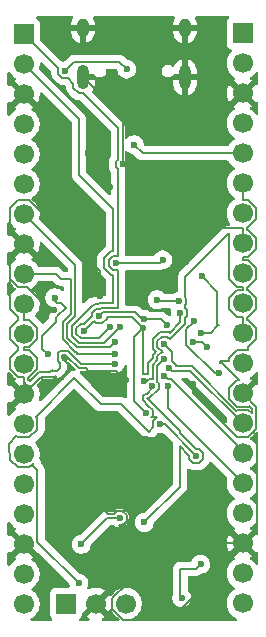
<source format=gbr>
%TF.GenerationSoftware,KiCad,Pcbnew,9.0.6*%
%TF.CreationDate,2025-12-07T15:32:32-06:00*%
%TF.ProjectId,Devboard,44657662-6f61-4726-942e-6b696361645f,rev?*%
%TF.SameCoordinates,Original*%
%TF.FileFunction,Copper,L2,Bot*%
%TF.FilePolarity,Positive*%
%FSLAX46Y46*%
G04 Gerber Fmt 4.6, Leading zero omitted, Abs format (unit mm)*
G04 Created by KiCad (PCBNEW 9.0.6) date 2025-12-07 15:32:32*
%MOMM*%
%LPD*%
G01*
G04 APERTURE LIST*
%TA.AperFunction,HeatsinkPad*%
%ADD10O,1.000000X2.100000*%
%TD*%
%TA.AperFunction,HeatsinkPad*%
%ADD11O,1.000000X1.600000*%
%TD*%
%TA.AperFunction,ComponentPad*%
%ADD12R,1.700000X1.700000*%
%TD*%
%TA.AperFunction,ComponentPad*%
%ADD13C,1.700000*%
%TD*%
%TA.AperFunction,ViaPad*%
%ADD14C,0.600000*%
%TD*%
%TA.AperFunction,Conductor*%
%ADD15C,0.180000*%
%TD*%
%TA.AperFunction,Conductor*%
%ADD16C,0.200000*%
%TD*%
G04 APERTURE END LIST*
D10*
%TO.P,J1,S1,SHIELD*%
%TO.N,GND*%
X215283000Y-65699000D03*
D11*
X215283000Y-61519000D03*
D10*
X206643000Y-65699000D03*
D11*
X206643000Y-61519000D03*
%TD*%
D12*
%TO.P,J3,1,Pin_1*%
%TO.N,VBUS*%
X220164000Y-61958000D03*
D13*
%TO.P,J3,2,Pin_2*%
%TO.N,GPIO29_ADC3*%
X220164000Y-64498000D03*
%TO.P,J3,3,Pin_3*%
%TO.N,GND*%
X220164000Y-67038000D03*
%TO.P,J3,4,Pin_4*%
%TO.N,GPIO28_ADC2*%
X220164000Y-69578000D03*
%TO.P,J3,5,Pin_5*%
%TO.N,+3V3*%
X220164000Y-72118000D03*
%TO.P,J3,6,Pin_6*%
%TO.N,GPIO27_ADC1*%
X220164000Y-74658000D03*
%TO.P,J3,7,Pin_7*%
%TO.N,GPIO26_ADC0*%
X220164000Y-77198000D03*
%TO.P,J3,8,Pin_8*%
%TO.N,GND*%
X220164000Y-79738000D03*
%TO.P,J3,9,Pin_9*%
%TO.N,GPIO24*%
X220164000Y-82278000D03*
%TO.P,J3,10,Pin_10*%
%TO.N,GPIO23*%
X220164000Y-84818000D03*
%TO.P,J3,11,Pin_11*%
%TO.N,RUN*%
X220164000Y-87358000D03*
%TO.P,J3,12,Pin_12*%
%TO.N,GPIO22*%
X220164000Y-89898000D03*
%TO.P,J3,13,Pin_13*%
%TO.N,GND*%
X220164000Y-92438000D03*
%TO.P,J3,14,Pin_14*%
%TO.N,GPIO21*%
X220164000Y-94978000D03*
%TO.P,J3,15,Pin_15*%
%TO.N,GPIO20*%
X220164000Y-97518000D03*
%TO.P,J3,16,Pin_16*%
%TO.N,GPIO19*%
X220164000Y-100058000D03*
%TO.P,J3,17,Pin_17*%
%TO.N,GPIO18*%
X220164000Y-102598000D03*
%TO.P,J3,18,Pin_18*%
%TO.N,GND*%
X220164000Y-105138000D03*
%TO.P,J3,19,Pin_19*%
%TO.N,GPIO17*%
X220164000Y-107678000D03*
%TO.P,J3,20,Pin_20*%
%TO.N,GPIO16*%
X220164000Y-110218000D03*
%TD*%
D12*
%TO.P,J2,1,Pin_1*%
%TO.N,GPIO0*%
X201641000Y-62011000D03*
D13*
%TO.P,J2,2,Pin_2*%
%TO.N,GPIO1*%
X201641000Y-64551000D03*
%TO.P,J2,3,Pin_3*%
%TO.N,GND*%
X201641000Y-67091000D03*
%TO.P,J2,4,Pin_4*%
%TO.N,GPIO2*%
X201641000Y-69631000D03*
%TO.P,J2,5,Pin_5*%
%TO.N,GPIO3*%
X201641000Y-72171000D03*
%TO.P,J2,6,Pin_6*%
%TO.N,GPIO4*%
X201641000Y-74711000D03*
%TO.P,J2,7,Pin_7*%
%TO.N,GPIO5*%
X201641000Y-77251000D03*
%TO.P,J2,8,Pin_8*%
%TO.N,GND*%
X201641000Y-79791000D03*
%TO.P,J2,9,Pin_9*%
%TO.N,GPIO6*%
X201641000Y-82331000D03*
%TO.P,J2,10,Pin_10*%
%TO.N,GPIO7*%
X201641000Y-84871000D03*
%TO.P,J2,11,Pin_11*%
%TO.N,GPIO8*%
X201641000Y-87411000D03*
%TO.P,J2,12,Pin_12*%
%TO.N,GPIO9*%
X201641000Y-89951000D03*
%TO.P,J2,13,Pin_13*%
%TO.N,GND*%
X201641000Y-92491000D03*
%TO.P,J2,14,Pin_14*%
%TO.N,GPIO10*%
X201641000Y-95031000D03*
%TO.P,J2,15,Pin_15*%
%TO.N,GPIO11*%
X201641000Y-97571000D03*
%TO.P,J2,16,Pin_16*%
%TO.N,GPIO12*%
X201641000Y-100111000D03*
%TO.P,J2,17,Pin_17*%
%TO.N,GPIO13*%
X201641000Y-102651000D03*
%TO.P,J2,18,Pin_18*%
%TO.N,GND*%
X201641000Y-105191000D03*
%TO.P,J2,19,Pin_19*%
%TO.N,GPIO14*%
X201641000Y-107731000D03*
%TO.P,J2,20,Pin_20*%
%TO.N,GPIO15*%
X201641000Y-110271000D03*
%TD*%
D12*
%TO.P,J4,1,Pin_1*%
%TO.N,SWCLK*%
X205200000Y-110250000D03*
D13*
%TO.P,J4,2,Pin_2*%
%TO.N,GND*%
X207740000Y-110250000D03*
%TO.P,J4,3,Pin_3*%
%TO.N,SWD*%
X210280000Y-110250000D03*
%TD*%
D14*
%TO.N,GND*%
X208900000Y-74975000D03*
X207525000Y-73500000D03*
X215075000Y-111300000D03*
X204018806Y-104518806D03*
X208950000Y-111150000D03*
%TO.N,+3V3*%
X216020000Y-86350000D03*
X218150000Y-90750000D03*
%TO.N,GND*%
X203700000Y-91800000D03*
X205800000Y-92550000D03*
%TO.N,SWD*%
X206300000Y-108500000D03*
%TO.N,GND*%
X204200000Y-85350000D03*
%TO.N,+3V3*%
X204250000Y-84350000D03*
X203650000Y-89150000D03*
%TO.N,GND*%
X208114881Y-84207999D03*
X205108991Y-89441009D03*
X216350000Y-105100000D03*
X211951000Y-96317584D03*
X213211000Y-96084510D03*
X215990806Y-91639194D03*
X215400000Y-81300000D03*
X204750000Y-72100000D03*
X207116891Y-72057174D03*
X204300000Y-68600000D03*
X208350000Y-71200000D03*
X210050000Y-73050000D03*
%TO.N,+1V1*%
X211947970Y-94099457D03*
%TO.N,GND*%
X209950000Y-105300000D03*
X212450000Y-101261000D03*
X209950000Y-98300000D03*
X208450000Y-98800000D03*
X210250000Y-91350000D03*
%TO.N,GPIO29_ADC3*%
X216750000Y-82550000D03*
X216650000Y-87350000D03*
%TO.N,GPIO28_ADC2*%
X216000249Y-88065731D03*
%TO.N,+3V3*%
X216250000Y-97750000D03*
X213200000Y-95070000D03*
%TO.N,GPIO25*%
X209750000Y-103000000D03*
X206500000Y-105225000D03*
X211850000Y-103373265D03*
X213547502Y-89570252D03*
%TO.N,GPIO27_ADC1*%
X213547502Y-88243065D03*
%TO.N,GPIO28_ADC2*%
X217150000Y-88500000D03*
%TO.N,RUN*%
X211776002Y-91405999D03*
%TO.N,GPIO19*%
X213831570Y-91822202D03*
%TO.N,GPIO21*%
X213947500Y-90263073D03*
%TO.N,GPIO20*%
X213545139Y-90954526D03*
%TO.N,GPIO7*%
X209347501Y-89955656D03*
%TO.N,GPIO6*%
X209347501Y-89124018D03*
%TO.N,GPIO5*%
X209327220Y-88127220D03*
%TO.N,GPIO1*%
X209752480Y-86803507D03*
%TO.N,GPIO0*%
X208952478Y-86803489D03*
%TO.N,+3V3*%
X211000000Y-71400000D03*
%TO.N,+1V1*%
X206700000Y-87150000D03*
X211716771Y-86944496D03*
X214900000Y-85650000D03*
%TO.N,SWD*%
X212468825Y-91806000D03*
%TO.N,+3V3*%
X208040500Y-85895888D03*
%TO.N,Net-(D2-DOUT)*%
X216600000Y-106925000D03*
X215000000Y-109750000D03*
%TO.N,Net-(U1-USB_DP)*%
X212927324Y-84518073D03*
%TO.N,+3V3*%
X211847500Y-86155246D03*
X213771356Y-86661065D03*
%TO.N,Net-(J1-CC2)*%
X205153000Y-65121000D03*
X210346386Y-64988000D03*
%TO.N,Net-(U1-USB_DP)*%
X214800000Y-84660000D03*
%TO.N,Net-(R7-Pad1)*%
X209450000Y-81400000D03*
X213400000Y-81150000D03*
%TD*%
D15*
%TO.N,GND*%
X208900000Y-74875000D02*
X208900000Y-74975000D01*
X207525000Y-73500000D02*
X208900000Y-74875000D01*
X208950000Y-110911618D02*
X209139000Y-110722618D01*
X208950000Y-111150000D02*
X208950000Y-110911618D01*
D16*
%TO.N,+3V3*%
X216020000Y-86368280D02*
X216020000Y-86350000D01*
X215399249Y-86989031D02*
X216020000Y-86368280D01*
X215399249Y-88314674D02*
X215399249Y-86989031D01*
X217834575Y-90750000D02*
X215399249Y-88314674D01*
X218150000Y-90750000D02*
X217834575Y-90750000D01*
D15*
%TO.N,GPIO27_ADC1*%
X219847000Y-91297000D02*
X218250000Y-89700000D01*
X219691382Y-91297000D02*
X219847000Y-91297000D01*
X219023000Y-91965382D02*
X219691382Y-91297000D01*
X219691382Y-93579000D02*
X219023000Y-92910618D01*
X220636618Y-93579000D02*
X219691382Y-93579000D01*
X220701401Y-93514217D02*
X220636618Y-93579000D01*
X220924000Y-94124382D02*
X220924000Y-93736816D01*
X219023000Y-92910618D02*
X219023000Y-91965382D01*
X220636618Y-93837000D02*
X220924000Y-94124382D01*
X220924000Y-93736816D02*
X220701401Y-93514217D01*
X219691382Y-93837000D02*
X220636618Y-93837000D01*
X214200000Y-89679772D02*
X214538500Y-90018272D01*
X214200000Y-88950000D02*
X214200000Y-89679772D01*
X215868816Y-90144000D02*
X219626599Y-93901783D01*
X219626599Y-93901783D02*
X219691382Y-93837000D01*
X213547502Y-88297502D02*
X214200000Y-88950000D01*
X214538500Y-90144000D02*
X215868816Y-90144000D01*
X213547502Y-88243065D02*
X213547502Y-88297502D01*
X214538500Y-90018272D02*
X214538500Y-90144000D01*
X219023000Y-89700000D02*
X218250000Y-89700000D01*
X220636618Y-88757000D02*
X219691382Y-88757000D01*
X220636618Y-88499000D02*
X220636618Y-88757000D01*
X221305000Y-86885382D02*
X221305000Y-87830618D01*
X220636618Y-86217000D02*
X221305000Y-86885382D01*
X220545000Y-85959000D02*
X220545000Y-86217000D01*
X220636618Y-85959000D02*
X220545000Y-85959000D01*
X221305000Y-85290618D02*
X220636618Y-85959000D01*
X221305000Y-84345382D02*
X221305000Y-85290618D01*
X220636618Y-83677000D02*
X221305000Y-84345382D01*
X220545000Y-83677000D02*
X220636618Y-83677000D01*
X220545000Y-83419000D02*
X220545000Y-83677000D01*
X220636618Y-83419000D02*
X220545000Y-83419000D01*
X221305000Y-82750618D02*
X220636618Y-83419000D01*
X221305000Y-81805382D02*
X221305000Y-82750618D01*
X220636618Y-81137000D02*
X221305000Y-81805382D01*
X220164000Y-80879000D02*
X220164000Y-81137000D01*
X220545000Y-86217000D02*
X220636618Y-86217000D01*
X220636618Y-80879000D02*
X220164000Y-80879000D01*
X221305000Y-80210618D02*
X220636618Y-80879000D01*
X221305000Y-79265382D02*
X221305000Y-80210618D01*
X220636618Y-78597000D02*
X221305000Y-79265382D01*
X220545000Y-78597000D02*
X220636618Y-78597000D01*
X220545000Y-78378104D02*
X220545000Y-78597000D01*
X220164000Y-81137000D02*
X220636618Y-81137000D01*
X219023000Y-89425382D02*
X219023000Y-89700000D01*
X220636618Y-78339000D02*
X220505897Y-78339000D01*
X220636618Y-76057000D02*
X221305000Y-76725382D01*
X221305000Y-87830618D02*
X220636618Y-88499000D01*
X219691382Y-88757000D02*
X219023000Y-89425382D01*
X220505897Y-78339000D02*
X220545000Y-78378104D01*
X220164000Y-76057000D02*
X220636618Y-76057000D01*
X221305000Y-76725382D02*
X221305000Y-77670618D01*
X221305000Y-77670618D02*
X220636618Y-78339000D01*
X220164000Y-74658000D02*
X220164000Y-76057000D01*
X218250000Y-89700000D02*
X218250000Y-89850000D01*
D16*
%TO.N,+1V1*%
X212024945Y-90804999D02*
X211716771Y-90804999D01*
X212053006Y-90833060D02*
X212024945Y-90804999D01*
X212062066Y-90824000D02*
X212053006Y-90833060D01*
X212182139Y-90824000D02*
X212062066Y-90824000D01*
X212182138Y-89843842D02*
X212182139Y-90824000D01*
X212565502Y-89460478D02*
X212182138Y-89843842D01*
X212565501Y-89163494D02*
X212565502Y-89460478D01*
X212565502Y-88649824D02*
X212822337Y-88906659D01*
X212822337Y-88906659D02*
X212565501Y-89163494D01*
X212565501Y-87836307D02*
X212565502Y-88649824D01*
X213954260Y-87261064D02*
X213140743Y-87261065D01*
X213140743Y-87261065D02*
X212565501Y-87836307D01*
X211716771Y-90804999D02*
X211716771Y-86944496D01*
X214900000Y-86382364D02*
X213987780Y-87294584D01*
X213987780Y-87294584D02*
X213954260Y-87261064D01*
X214900000Y-85650000D02*
X214900000Y-86382364D01*
D15*
%TO.N,RUN*%
X220164000Y-85959000D02*
X220164000Y-87358000D01*
X219023000Y-85290618D02*
X219691382Y-85959000D01*
X219023000Y-84345382D02*
X219023000Y-85290618D01*
X219691382Y-83677000D02*
X219023000Y-84345382D01*
X220164000Y-83677000D02*
X219691382Y-83677000D01*
X220164000Y-83419000D02*
X220164000Y-83677000D01*
X219691382Y-83419000D02*
X220164000Y-83419000D01*
X219023000Y-82750618D02*
X219691382Y-83419000D01*
X219023000Y-78827000D02*
X219023000Y-82750618D01*
X215291001Y-82558999D02*
X219023000Y-78827000D01*
X215291001Y-84315200D02*
X215291001Y-82558999D01*
X215391000Y-84415199D02*
X215291001Y-84315200D01*
X215391000Y-84904801D02*
X215391000Y-84415199D01*
X215291001Y-85205200D02*
X215291001Y-85004800D01*
X215491000Y-85405199D02*
X215291001Y-85205200D01*
X215491000Y-85894801D02*
X215491000Y-85405199D01*
X215291001Y-86544321D02*
X215291001Y-86094800D01*
X215291001Y-85004800D02*
X215391000Y-84904801D01*
X213987780Y-87847542D02*
X215291001Y-86544321D01*
X219691382Y-85959000D02*
X220164000Y-85959000D01*
X213302701Y-87652065D02*
X213792303Y-87652065D01*
X212956502Y-87998264D02*
X213302701Y-87652065D01*
X215291001Y-86094800D02*
X215491000Y-85894801D01*
X212956502Y-88487866D02*
X212956502Y-87998264D01*
X213447888Y-88979252D02*
X212956502Y-88487866D01*
X213302701Y-88979252D02*
X213447888Y-88979252D01*
X212956502Y-89325451D02*
X213302701Y-88979252D01*
X212573139Y-90005799D02*
X212956502Y-89622436D01*
X212956502Y-89622436D02*
X212956502Y-89325451D01*
X213792303Y-87652065D02*
X213987780Y-87847542D01*
X212573139Y-91215000D02*
X212573139Y-90005799D01*
X212224024Y-91215000D02*
X212573139Y-91215000D01*
X212033025Y-91405999D02*
X212224024Y-91215000D01*
X211776002Y-91405999D02*
X212033025Y-91405999D01*
%TO.N,GND*%
X203700000Y-91800000D02*
X203200000Y-91300000D01*
X203200000Y-91050000D02*
X204250000Y-91050000D01*
X203200000Y-91300000D02*
X203200000Y-91050000D01*
X205800000Y-92500000D02*
X205800000Y-92550000D01*
X205750000Y-92450000D02*
X205800000Y-92500000D01*
X209617584Y-96317584D02*
X205750000Y-92450000D01*
X211951000Y-96317584D02*
X209617584Y-96317584D01*
X221350000Y-96100000D02*
X221350000Y-103952000D01*
X221002809Y-95752809D02*
X221350000Y-96100000D01*
X221002809Y-95752809D02*
X220636618Y-96119000D01*
X221350000Y-103952000D02*
X220164000Y-105138000D01*
X216388000Y-105138000D02*
X220164000Y-105138000D01*
X216350000Y-105100000D02*
X216388000Y-105138000D01*
X211951000Y-96317584D02*
X211882416Y-96317584D01*
X211882416Y-96317584D02*
X209950000Y-98250000D01*
X209950000Y-98250000D02*
X209950000Y-98300000D01*
D16*
%TO.N,SWD*%
X202792000Y-98942000D02*
X202344880Y-98494880D01*
X202792000Y-104992000D02*
X202792000Y-98942000D01*
X206300000Y-108500000D02*
X202792000Y-104992000D01*
X202344880Y-98494880D02*
X202117760Y-98722000D01*
X212098668Y-92459000D02*
X212610246Y-91947421D01*
X211938042Y-92459000D02*
X212098668Y-92459000D01*
X211709000Y-92688042D02*
X211938042Y-92459000D01*
X211709000Y-93011958D02*
X211709000Y-92688042D01*
X212196913Y-93498457D02*
X212195499Y-93498457D01*
X212548970Y-93850514D02*
X212196913Y-93498457D01*
X212548970Y-94348400D02*
X212548970Y-93850514D01*
X212951057Y-94469000D02*
X212428370Y-94469000D01*
X212599000Y-95318943D02*
X212599000Y-94821057D01*
X212428370Y-94469000D02*
X212548970Y-94348400D01*
X212200651Y-95717292D02*
X212599000Y-95318943D01*
X209833359Y-93350000D02*
X212200651Y-95717292D01*
X208133473Y-93350000D02*
X209833359Y-93350000D01*
X201164240Y-96182000D02*
X202117760Y-96182000D01*
X201016120Y-96033879D02*
X201164240Y-96182000D01*
X212610246Y-91947421D02*
X212468825Y-91806000D01*
X200351000Y-96698999D02*
X201016120Y-96033879D01*
X200351000Y-97451001D02*
X200351000Y-96698999D01*
X200490000Y-98047760D02*
X200490000Y-97590001D01*
X201164240Y-98722000D02*
X200490000Y-98047760D01*
X202117760Y-98722000D02*
X201164240Y-98722000D01*
X202491718Y-98348042D02*
X202344880Y-98494880D01*
X202643880Y-94406119D02*
X205916736Y-91133263D01*
X212195499Y-93498457D02*
X211709000Y-93011958D01*
X202792000Y-94554240D02*
X202643880Y-94406119D01*
X200490000Y-97590001D02*
X200351000Y-97451001D01*
X212599000Y-94821057D02*
X212951057Y-94469000D01*
X205916736Y-91133263D02*
X208133473Y-93350000D01*
X202792000Y-95507760D02*
X202792000Y-94554240D01*
X202117760Y-96182000D02*
X202792000Y-95507760D01*
D15*
%TO.N,GND*%
X208300000Y-99950000D02*
X209950000Y-98300000D01*
X208300000Y-102409000D02*
X208300000Y-99950000D01*
X210841000Y-102409000D02*
X208300000Y-102409000D01*
X212450000Y-100800000D02*
X210841000Y-102409000D01*
X212450000Y-101261000D02*
X212450000Y-100800000D01*
X213976801Y-111609000D02*
X220164000Y-105421801D01*
X210025382Y-111609000D02*
X213976801Y-111609000D01*
X209139000Y-110722618D02*
X210025382Y-111609000D01*
X209139000Y-109777382D02*
X209139000Y-110722618D01*
X210341000Y-108575382D02*
X209139000Y-109777382D01*
X210341000Y-104191000D02*
X210341000Y-108575382D01*
X209994801Y-103591000D02*
X209741000Y-103591000D01*
X209741000Y-103591000D02*
X210341000Y-104191000D01*
X210341000Y-103244801D02*
X209994801Y-103591000D01*
X210341000Y-102755199D02*
X210341000Y-103244801D01*
X209505199Y-102409000D02*
X209994801Y-102409000D01*
X208769000Y-102619000D02*
X209295199Y-102619000D01*
X209994801Y-102409000D02*
X210341000Y-102755199D01*
X206450000Y-100300000D02*
X208769000Y-102619000D01*
X207950000Y-100300000D02*
X206450000Y-100300000D01*
X209295199Y-102619000D02*
X209505199Y-102409000D01*
X209950000Y-98300000D02*
X207950000Y-100300000D01*
X220164000Y-105421801D02*
X220164000Y-105138000D01*
D16*
%TO.N,+3V3*%
X205200000Y-85200000D02*
X204812946Y-84812946D01*
X204475433Y-85924567D02*
X205200000Y-85200000D01*
X204812946Y-84812946D02*
X204469000Y-84812946D01*
X204459000Y-85924567D02*
X204475433Y-85924567D01*
D15*
%TO.N,GND*%
X204200000Y-85350000D02*
X203796667Y-85350000D01*
X203796667Y-85350000D02*
X201918667Y-83472000D01*
%TO.N,GPIO6*%
X204331000Y-82331000D02*
X201641000Y-82331000D01*
X204750000Y-82750000D02*
X204331000Y-82331000D01*
X205619000Y-82750000D02*
X204750000Y-82750000D01*
X204926000Y-86415183D02*
X205619000Y-85722183D01*
X205965183Y-88924000D02*
X204925999Y-87884815D01*
X205619000Y-85722183D02*
X205619000Y-82750000D01*
X206150000Y-88924000D02*
X205965183Y-88924000D01*
X206150000Y-89108816D02*
X206150000Y-88924000D01*
X204925999Y-87884815D02*
X204926000Y-86415183D01*
X209347501Y-89124018D02*
X206165202Y-89124018D01*
X206165202Y-89124018D02*
X206150000Y-89108816D01*
%TO.N,GPIO5*%
X206000000Y-81610000D02*
X201641000Y-77251000D01*
X205307000Y-86572999D02*
X206000000Y-85879999D01*
X206000000Y-85879999D02*
X206000000Y-81610000D01*
X206122999Y-88543000D02*
X205306999Y-87727000D01*
X208911440Y-88543000D02*
X206122999Y-88543000D01*
X205306999Y-87727000D02*
X205307000Y-86572999D01*
X209327220Y-88127220D02*
X208911440Y-88543000D01*
%TO.N,+3V3*%
X204250000Y-84593946D02*
X204469000Y-84812946D01*
X204250000Y-84350000D02*
X204250000Y-84593946D01*
D16*
X204350000Y-86033567D02*
X204459000Y-85924567D01*
X204350000Y-86400000D02*
X204350000Y-86033567D01*
X203200000Y-87550000D02*
X204350000Y-86400000D01*
X203200000Y-88700000D02*
X203200000Y-87550000D01*
X203650000Y-89150000D02*
X203200000Y-88700000D01*
D15*
%TO.N,GPIO7*%
X205699991Y-89197621D02*
X206458025Y-89955656D01*
X205353792Y-88850009D02*
X205699991Y-89196208D01*
X204742185Y-88819000D02*
X205321368Y-88819000D01*
X204519000Y-89042185D02*
X204742185Y-88819000D01*
X204517991Y-89196208D02*
X204519000Y-89195199D01*
X204517991Y-89685810D02*
X204517991Y-89196208D01*
X204666091Y-89833909D02*
X204517991Y-89685810D01*
X205352377Y-88850009D02*
X205353792Y-88850009D01*
X204614908Y-89885092D02*
X204666091Y-89833909D01*
X204697000Y-89967184D02*
X204614908Y-89885092D01*
X204133184Y-90531000D02*
X204448816Y-90531000D01*
X204051092Y-90448908D02*
X204133184Y-90531000D01*
X203831000Y-90669000D02*
X204051092Y-90448908D01*
X202924186Y-90669000D02*
X203831000Y-90669000D01*
X205321368Y-88819000D02*
X205352377Y-88850009D01*
X205699991Y-89196208D02*
X205699991Y-89197621D01*
X202178401Y-91414783D02*
X202924186Y-90669000D01*
X202113617Y-91350000D02*
X202178401Y-91414783D01*
X202022000Y-91350000D02*
X202113617Y-91350000D01*
X202113618Y-91092000D02*
X202022000Y-91092000D01*
X202782000Y-90423618D02*
X202113618Y-91092000D01*
X202113618Y-88810000D02*
X202782000Y-89478382D01*
X202782000Y-89478382D02*
X202782000Y-90423618D01*
X201641000Y-88810000D02*
X202113618Y-88810000D01*
X201641000Y-88552000D02*
X201641000Y-88810000D01*
X202022000Y-91092000D02*
X202022000Y-91350000D01*
X202782000Y-87883618D02*
X202113618Y-88552000D01*
X202782000Y-86938382D02*
X202782000Y-87883618D01*
X204697000Y-90282816D02*
X204697000Y-89967184D01*
X201641000Y-86270000D02*
X202113618Y-86270000D01*
X206458025Y-89955656D02*
X209347501Y-89955656D01*
X202113618Y-86270000D02*
X202782000Y-86938382D01*
X201641000Y-84871000D02*
X201641000Y-86270000D01*
X202113618Y-88552000D02*
X201641000Y-88552000D01*
X204448816Y-90531000D02*
X204697000Y-90282816D01*
X204519000Y-89195199D02*
X204519000Y-89042185D01*
%TO.N,GND*%
X205000000Y-90950000D02*
X205350000Y-90600000D01*
X204482000Y-91200000D02*
X205000000Y-91200000D01*
X205000000Y-91200000D02*
X205000000Y-90950000D01*
X204291000Y-91009000D02*
X204482000Y-91200000D01*
X204900000Y-89200000D02*
X204900000Y-89491000D01*
X205163553Y-89200000D02*
X204900000Y-89200000D01*
X204900000Y-89491000D02*
X205350000Y-89941000D01*
X205350000Y-89941000D02*
X205350000Y-90600000D01*
X205331777Y-89368223D02*
X205163553Y-89200000D01*
X204250000Y-91050000D02*
X204291000Y-91009000D01*
X202336217Y-91795783D02*
X203082001Y-91050000D01*
X203082001Y-91050000D02*
X203200000Y-91050000D01*
X202020585Y-91795783D02*
X202336217Y-91795783D01*
X201955802Y-91731000D02*
X202020585Y-91795783D01*
X201641000Y-91507815D02*
X201864185Y-91731000D01*
X201864185Y-91731000D02*
X201955802Y-91731000D01*
X201641000Y-92491000D02*
X201641000Y-91507815D01*
X201918667Y-83472000D02*
X201168382Y-83472000D01*
X201168382Y-83472000D02*
X200500000Y-82803618D01*
X200500000Y-85343618D02*
X200500000Y-82803618D01*
X201168382Y-86012000D02*
X200500000Y-85343618D01*
X201168382Y-86270000D02*
X201168382Y-86012000D01*
X200500000Y-86938382D02*
X201168382Y-86270000D01*
X200500000Y-87883618D02*
X200500000Y-86938382D01*
X201168382Y-88552000D02*
X200500000Y-87883618D01*
X201168382Y-88810000D02*
X201168382Y-88552000D01*
X200500000Y-89478382D02*
X201168382Y-88810000D01*
X200500000Y-90423618D02*
X200500000Y-89478382D01*
X201168382Y-91092000D02*
X200500000Y-90423618D01*
X201641000Y-91092000D02*
X201168382Y-91092000D01*
X201641000Y-92491000D02*
X201641000Y-91092000D01*
X200500000Y-78650000D02*
X201641000Y-79791000D01*
X200500000Y-76778382D02*
X200500000Y-78650000D01*
X201168382Y-76110000D02*
X200500000Y-76778382D01*
X202113618Y-76110000D02*
X201168382Y-76110000D01*
X208114881Y-84207999D02*
X208114881Y-82111263D01*
X208114881Y-82111263D02*
X202113618Y-76110000D01*
D16*
%TO.N,GPIO1*%
X206284957Y-88152000D02*
X208453910Y-88152000D01*
X208453910Y-88152000D02*
X209752480Y-86853430D01*
X205698000Y-87565043D02*
X206284957Y-88152000D01*
X205698000Y-86734957D02*
X205698000Y-87565043D01*
X207482957Y-84950000D02*
X205698000Y-86734957D01*
X207569345Y-84950000D02*
X207482957Y-84950000D01*
X208008331Y-84807999D02*
X207922442Y-84893888D01*
X209199000Y-82402000D02*
X209199000Y-84808000D01*
X209034957Y-82402000D02*
X209199000Y-82402000D01*
X209034957Y-80398000D02*
X208448000Y-80984957D01*
X208448000Y-81815043D02*
X209034957Y-82402000D01*
X209199000Y-84808000D02*
X208008331Y-84807999D01*
X209199000Y-76849000D02*
X209199000Y-80398000D01*
X208448000Y-80984957D02*
X208448000Y-81815043D01*
X206300000Y-73950000D02*
X209199000Y-76849000D01*
X206300000Y-69210000D02*
X206300000Y-73950000D01*
X207625457Y-84893888D02*
X207569345Y-84950000D01*
X209752480Y-86853430D02*
X209752480Y-86803507D01*
X201641000Y-64551000D02*
X206300000Y-69210000D01*
X209199000Y-80398000D02*
X209034957Y-80398000D01*
X207922442Y-84893888D02*
X207625457Y-84893888D01*
D15*
%TO.N,GND*%
X205258991Y-89441009D02*
X205108991Y-89441009D01*
X205331777Y-89368223D02*
X205258991Y-89441009D01*
X206300209Y-90336656D02*
X205331777Y-89368223D01*
X206886656Y-90336656D02*
X206300209Y-90336656D01*
X207096656Y-90546656D02*
X206886656Y-90336656D01*
X209446656Y-90546656D02*
X207096656Y-90546656D01*
X210250000Y-91350000D02*
X209446656Y-90546656D01*
D16*
%TO.N,+3V3*%
X213570000Y-95070000D02*
X216250000Y-97750000D01*
X213200000Y-95070000D02*
X213570000Y-95070000D01*
D15*
%TO.N,GND*%
X211950000Y-96316584D02*
X211951000Y-96317584D01*
X213211000Y-96084510D02*
X213045510Y-96250000D01*
X213045510Y-96250000D02*
X211950000Y-96250000D01*
X211950000Y-96250000D02*
X211950000Y-96316584D01*
X220636618Y-96119000D02*
X219669000Y-96119000D01*
X215990806Y-92440806D02*
X215990806Y-91639194D01*
X221305000Y-95450618D02*
X221002809Y-95752809D01*
X221305000Y-93579000D02*
X221305000Y-95450618D01*
X220164000Y-92438000D02*
X221305000Y-93579000D01*
X219669000Y-96119000D02*
X215990806Y-92440806D01*
X218254000Y-78446000D02*
X215400000Y-81300000D01*
X220074081Y-78446000D02*
X218254000Y-78446000D01*
X220164000Y-78535919D02*
X220074081Y-78446000D01*
X220164000Y-79738000D02*
X220164000Y-78535919D01*
X207400000Y-72300000D02*
X207157174Y-72057174D01*
X207157174Y-72057174D02*
X207116891Y-72057174D01*
X208350000Y-71200000D02*
X208350000Y-71350000D01*
X208350000Y-71350000D02*
X207400000Y-72300000D01*
D16*
%TO.N,GPIO0*%
X204552000Y-65369943D02*
X204552000Y-64922000D01*
X204904057Y-65722000D02*
X204552000Y-65369943D01*
X205352000Y-65722000D02*
X204904057Y-65722000D01*
X205842000Y-66212000D02*
X205352000Y-65722000D01*
X205842000Y-66580785D02*
X205842000Y-66212000D01*
X204552000Y-64922000D02*
X201641000Y-62011000D01*
X206680000Y-67050000D02*
X206311215Y-67050000D01*
X209600000Y-69970000D02*
X206680000Y-67050000D01*
X209449000Y-72801057D02*
X209600000Y-72650057D01*
X209600000Y-73449943D02*
X209449000Y-73298943D01*
X209600000Y-80799000D02*
X209600000Y-73449943D01*
X209201057Y-80799000D02*
X209600000Y-80799000D01*
X208849000Y-81648943D02*
X208849000Y-81151057D01*
X209201057Y-82001000D02*
X208849000Y-81648943D01*
X209600000Y-82001000D02*
X209201057Y-82001000D01*
X209600000Y-72650057D02*
X209600000Y-69970000D01*
X209600000Y-85209000D02*
X209600000Y-82001000D01*
X208174431Y-85208999D02*
X209600000Y-85209000D01*
X208849000Y-81151057D02*
X209201057Y-80799000D01*
X208088542Y-85294888D02*
X208174431Y-85208999D01*
X207791557Y-85294888D02*
X208088542Y-85294888D01*
X206311215Y-67050000D02*
X205842000Y-66580785D01*
X207439500Y-85646945D02*
X207791557Y-85294888D01*
X207439500Y-85876665D02*
X207439500Y-85646945D01*
X209449000Y-73298943D02*
X209449000Y-72801057D01*
X207406237Y-85876665D02*
X207439500Y-85876665D01*
X206099000Y-87398943D02*
X206099000Y-86901057D01*
X206099000Y-86901057D02*
X206451057Y-86549000D01*
X206451057Y-87751000D02*
X206099000Y-87398943D01*
X208004967Y-87751000D02*
X206451057Y-87751000D01*
X206733900Y-86549000D02*
X207406237Y-85876665D01*
X208952478Y-86803489D02*
X208004967Y-87751000D01*
X206451057Y-86549000D02*
X206733900Y-86549000D01*
D15*
%TO.N,GND*%
X210050000Y-73050000D02*
X210050000Y-69106000D01*
X210050000Y-69106000D02*
X206643000Y-65699000D01*
%TO.N,+1V1*%
X210969000Y-87692267D02*
X211716771Y-86944496D01*
X210969000Y-93120487D02*
X210969000Y-87692267D01*
X211947970Y-94099457D02*
X210969000Y-93120487D01*
%TO.N,GND*%
X209950000Y-103761000D02*
X212450000Y-101261000D01*
X209950000Y-105300000D02*
X209950000Y-103761000D01*
%TO.N,GPIO25*%
X214850000Y-100373265D02*
X211850000Y-103373265D01*
X215659000Y-97711958D02*
X214850000Y-96902958D01*
X216005199Y-98341000D02*
X215659000Y-97994801D01*
X216494801Y-98341000D02*
X216005199Y-98341000D01*
X216841000Y-97994801D02*
X216494801Y-98341000D01*
X216841000Y-97505199D02*
X216841000Y-97994801D01*
X216494801Y-97159000D02*
X216841000Y-97505199D01*
X216211958Y-97159000D02*
X216494801Y-97159000D01*
X214850000Y-95797042D02*
X216211958Y-97159000D01*
X212100000Y-92850000D02*
X214850000Y-95600000D01*
X214850000Y-96902958D02*
X214850000Y-100373265D01*
X212260626Y-92850000D02*
X212100000Y-92850000D01*
X213059825Y-92050801D02*
X212260626Y-92850000D01*
X213059825Y-91561199D02*
X213059825Y-92050801D01*
X214850000Y-95600000D02*
X214850000Y-95797042D01*
X212954139Y-90163615D02*
X212954139Y-91455513D01*
X215659000Y-97994801D02*
X215659000Y-97711958D01*
X212954139Y-91455513D02*
X213059825Y-91561199D01*
X213547502Y-89570252D02*
X212954139Y-90163615D01*
%TO.N,GND*%
X209450000Y-98800000D02*
X209950000Y-98300000D01*
X208450000Y-98800000D02*
X209450000Y-98800000D01*
X200500000Y-82803618D02*
X200500000Y-80932000D01*
X200500000Y-80932000D02*
X201641000Y-79791000D01*
%TO.N,GPIO29_ADC3*%
X218025000Y-86775000D02*
X218025000Y-83825000D01*
X218025000Y-86775000D02*
X218150000Y-86650000D01*
X218025000Y-83825000D02*
X216750000Y-82550000D01*
X217450000Y-87350000D02*
X218025000Y-86775000D01*
X216650000Y-87350000D02*
X217450000Y-87350000D01*
%TO.N,GPIO28_ADC2*%
X216715731Y-88065731D02*
X217150000Y-88500000D01*
X216000249Y-88065731D02*
X216715731Y-88065731D01*
%TO.N,GPIO25*%
X209750000Y-103000000D02*
X208725000Y-103000000D01*
X208725000Y-103000000D02*
X206500000Y-105225000D01*
%TO.N,GPIO21*%
X214222502Y-90525000D02*
X215711000Y-90525000D01*
X213960575Y-90263073D02*
X214222502Y-90525000D01*
X215711000Y-90525000D02*
X220164000Y-94978000D01*
X213947500Y-90263073D02*
X213960575Y-90263073D01*
%TO.N,GPIO20*%
X220164000Y-97318831D02*
X220164000Y-97518000D01*
X214076371Y-91231202D02*
X220164000Y-97318831D01*
X213821815Y-91231202D02*
X214076371Y-91231202D01*
X213545139Y-90954526D02*
X213821815Y-91231202D01*
D16*
%TO.N,+1V1*%
X208289443Y-86496888D02*
X208641500Y-86144831D01*
X207572335Y-86277665D02*
X207791557Y-86496888D01*
X207791557Y-86496888D02*
X208289443Y-86496888D01*
X208641500Y-86144831D02*
X208641500Y-85991000D01*
X210763275Y-85991000D02*
X211716771Y-86944496D01*
X206700000Y-87150000D02*
X207572335Y-86277665D01*
X208641500Y-85991000D02*
X210763275Y-85991000D01*
D15*
%TO.N,+3V3*%
X208336388Y-85600000D02*
X208040500Y-85895888D01*
X211605246Y-86155246D02*
X211050000Y-85600000D01*
X211050000Y-85600000D02*
X208336388Y-85600000D01*
X211847500Y-86155246D02*
X211605246Y-86155246D01*
D16*
X211000000Y-71400000D02*
X211718000Y-72118000D01*
X211718000Y-72118000D02*
X220164000Y-72118000D01*
%TO.N,Net-(D2-DOUT)*%
X216225000Y-107300000D02*
X216600000Y-106925000D01*
X214900000Y-107300000D02*
X216225000Y-107300000D01*
X214900000Y-109650000D02*
X214900000Y-107300000D01*
X215000000Y-109750000D02*
X214900000Y-109650000D01*
D15*
%TO.N,Net-(U1-USB_DP)*%
X212927324Y-84643164D02*
X212944160Y-84660000D01*
X212927324Y-84518073D02*
X212927324Y-84643164D01*
X212994160Y-84660000D02*
X214800000Y-84660000D01*
%TO.N,+3V3*%
X213265537Y-86155246D02*
X213771356Y-86661065D01*
X211847500Y-86155246D02*
X213265537Y-86155246D01*
%TO.N,Net-(U1-USB_DP)*%
X212770058Y-84505555D02*
X212874503Y-84610000D01*
%TO.N,Net-(J1-CC2)*%
X205916000Y-64358000D02*
X205153000Y-65121000D01*
X209716386Y-64358000D02*
X205916000Y-64358000D01*
X210346386Y-64988000D02*
X209716386Y-64358000D01*
%TO.N,Net-(U1-USB_DP)*%
X214790000Y-84650000D02*
X214800000Y-84660000D01*
%TO.N,Net-(R7-Pad1)*%
X213150000Y-81400000D02*
X213400000Y-81150000D01*
X209450000Y-81400000D02*
X213150000Y-81400000D01*
%TO.N,GPIO19*%
X220164000Y-100058000D02*
X213831570Y-93725570D01*
X213831570Y-93725570D02*
X213831570Y-91822202D01*
%TD*%
%TA.AperFunction,Conductor*%
%TO.N,GND*%
G36*
X202756270Y-105952717D02*
G01*
X202776711Y-105951108D01*
X202788201Y-105942247D01*
X202857814Y-105936263D01*
X202919612Y-105968864D01*
X202920879Y-105970114D01*
X205465425Y-108514660D01*
X205474285Y-108530887D01*
X205487216Y-108544102D01*
X205497982Y-108574284D01*
X205498910Y-108575983D01*
X205499190Y-108577303D01*
X205499500Y-108578806D01*
X205499500Y-108578842D01*
X205530263Y-108733497D01*
X205532511Y-108738925D01*
X205534890Y-108750462D01*
X205532930Y-108774225D01*
X205535396Y-108797944D01*
X205530110Y-108808410D01*
X205529147Y-108820095D01*
X205514650Y-108839027D01*
X205503902Y-108860313D01*
X205493798Y-108866259D01*
X205486670Y-108875570D01*
X205464237Y-108883659D01*
X205443689Y-108895755D01*
X205423906Y-108898204D01*
X205420944Y-108899273D01*
X205418955Y-108898817D01*
X205413444Y-108899500D01*
X204302129Y-108899500D01*
X204302123Y-108899501D01*
X204242516Y-108905908D01*
X204107671Y-108956202D01*
X204107664Y-108956206D01*
X203992455Y-109042452D01*
X203992452Y-109042455D01*
X203906206Y-109157664D01*
X203906202Y-109157671D01*
X203855908Y-109292517D01*
X203849501Y-109352116D01*
X203849500Y-109352135D01*
X203849500Y-111147870D01*
X203849501Y-111147876D01*
X203855908Y-111207483D01*
X203906202Y-111342328D01*
X203906206Y-111342335D01*
X203992452Y-111457544D01*
X203992453Y-111457544D01*
X203992454Y-111457546D01*
X204008499Y-111469557D01*
X204017418Y-111476234D01*
X204059288Y-111532168D01*
X204064272Y-111601860D01*
X204030786Y-111663182D01*
X203969462Y-111696667D01*
X203943106Y-111699500D01*
X202328640Y-111699500D01*
X202261601Y-111679815D01*
X202215846Y-111627011D01*
X202205902Y-111557853D01*
X202234927Y-111494297D01*
X202272345Y-111465015D01*
X202287007Y-111457544D01*
X202348816Y-111426051D01*
X202464052Y-111342328D01*
X202520786Y-111301109D01*
X202520788Y-111301106D01*
X202520792Y-111301104D01*
X202671104Y-111150792D01*
X202671106Y-111150788D01*
X202671109Y-111150786D01*
X202796048Y-110978820D01*
X202796047Y-110978820D01*
X202796051Y-110978816D01*
X202892557Y-110789412D01*
X202958246Y-110587243D01*
X202991500Y-110377287D01*
X202991500Y-110164713D01*
X202958246Y-109954757D01*
X202892557Y-109752588D01*
X202796051Y-109563184D01*
X202796049Y-109563181D01*
X202796048Y-109563179D01*
X202671109Y-109391213D01*
X202520786Y-109240890D01*
X202348820Y-109115951D01*
X202348115Y-109115591D01*
X202340054Y-109111485D01*
X202289259Y-109063512D01*
X202272463Y-108995692D01*
X202294999Y-108929556D01*
X202340054Y-108890515D01*
X202348816Y-108886051D01*
X202388021Y-108857567D01*
X202520786Y-108761109D01*
X202520788Y-108761106D01*
X202520792Y-108761104D01*
X202671104Y-108610792D01*
X202671106Y-108610788D01*
X202671109Y-108610786D01*
X202796048Y-108438820D01*
X202796047Y-108438820D01*
X202796051Y-108438816D01*
X202892557Y-108249412D01*
X202958246Y-108047243D01*
X202991500Y-107837287D01*
X202991500Y-107624713D01*
X202958246Y-107414757D01*
X202892557Y-107212588D01*
X202796051Y-107023184D01*
X202796049Y-107023181D01*
X202796048Y-107023179D01*
X202671109Y-106851213D01*
X202520786Y-106700890D01*
X202348817Y-106575949D01*
X202339504Y-106571204D01*
X202288707Y-106523230D01*
X202271912Y-106455409D01*
X202294449Y-106389274D01*
X202339507Y-106350232D01*
X202348555Y-106345622D01*
X202402716Y-106306270D01*
X202402717Y-106306270D01*
X201770408Y-105673962D01*
X201833993Y-105656925D01*
X201948007Y-105591099D01*
X202041099Y-105498007D01*
X202106925Y-105383993D01*
X202123962Y-105320408D01*
X202756270Y-105952717D01*
G37*
%TD.AperFunction*%
%TA.AperFunction,Conductor*%
G36*
X207274075Y-110442993D02*
G01*
X207339901Y-110557007D01*
X207432993Y-110650099D01*
X207547007Y-110715925D01*
X207610590Y-110732962D01*
X206978282Y-111365269D01*
X206978282Y-111365270D01*
X207032450Y-111404624D01*
X207150971Y-111465015D01*
X207201767Y-111512990D01*
X207218562Y-111580811D01*
X207196024Y-111646946D01*
X207141309Y-111690397D01*
X207094676Y-111699500D01*
X206456894Y-111699500D01*
X206389855Y-111679815D01*
X206344100Y-111627011D01*
X206334156Y-111557853D01*
X206363181Y-111494297D01*
X206382582Y-111476234D01*
X206391501Y-111469557D01*
X206407546Y-111457546D01*
X206493796Y-111342331D01*
X206544091Y-111207483D01*
X206550500Y-111147873D01*
X206550499Y-111137312D01*
X206570179Y-111070275D01*
X206586818Y-111049626D01*
X207257037Y-110379408D01*
X207274075Y-110442993D01*
G37*
%TD.AperFunction*%
%TA.AperFunction,Conductor*%
G36*
X208855270Y-111011717D02*
G01*
X208855270Y-111011716D01*
X208894622Y-110957555D01*
X208899232Y-110948507D01*
X208947205Y-110897709D01*
X209015025Y-110880912D01*
X209081161Y-110903447D01*
X209120204Y-110948504D01*
X209124949Y-110957817D01*
X209249890Y-111129786D01*
X209400213Y-111280109D01*
X209528135Y-111373048D01*
X209572184Y-111405051D01*
X209675211Y-111457546D01*
X209689870Y-111465015D01*
X209740666Y-111512990D01*
X209757461Y-111580811D01*
X209734924Y-111646946D01*
X209680208Y-111690397D01*
X209633575Y-111699500D01*
X208385324Y-111699500D01*
X208318285Y-111679815D01*
X208272530Y-111627011D01*
X208262586Y-111557853D01*
X208291611Y-111494297D01*
X208329029Y-111465015D01*
X208447554Y-111404622D01*
X208501716Y-111365270D01*
X208501717Y-111365270D01*
X207869408Y-110732962D01*
X207932993Y-110715925D01*
X208047007Y-110650099D01*
X208140099Y-110557007D01*
X208205925Y-110442993D01*
X208222962Y-110379408D01*
X208855270Y-111011717D01*
G37*
%TD.AperFunction*%
%TA.AperFunction,Conductor*%
G36*
X205960069Y-92041678D02*
G01*
X206004416Y-92070179D01*
X207764757Y-93830520D01*
X207764759Y-93830521D01*
X207764763Y-93830524D01*
X207843443Y-93875949D01*
X207901689Y-93909577D01*
X208054416Y-93950501D01*
X208054418Y-93950501D01*
X208220127Y-93950501D01*
X208220143Y-93950500D01*
X209533262Y-93950500D01*
X209600301Y-93970185D01*
X209620943Y-93986819D01*
X211720132Y-96086008D01*
X211831935Y-96197811D01*
X211968866Y-96276869D01*
X212121594Y-96317793D01*
X212121597Y-96317793D01*
X212279705Y-96317793D01*
X212279708Y-96317793D01*
X212432436Y-96276869D01*
X212569367Y-96197811D01*
X212887056Y-95880121D01*
X212948377Y-95846638D01*
X212998926Y-95846187D01*
X213121153Y-95870499D01*
X213121156Y-95870500D01*
X213121158Y-95870500D01*
X213278844Y-95870500D01*
X213416038Y-95843210D01*
X213485630Y-95849437D01*
X213527911Y-95877146D01*
X214254625Y-96603860D01*
X214288110Y-96665183D01*
X214286719Y-96723634D01*
X214259500Y-96825217D01*
X214259500Y-100077310D01*
X214239815Y-100144349D01*
X214223181Y-100164991D01*
X211851614Y-102536557D01*
X211790291Y-102570042D01*
X211776091Y-102572278D01*
X211771160Y-102572763D01*
X211616510Y-102603526D01*
X211616498Y-102603529D01*
X211470827Y-102663867D01*
X211470814Y-102663874D01*
X211339711Y-102751475D01*
X211339707Y-102751478D01*
X211228213Y-102862972D01*
X211228210Y-102862976D01*
X211140609Y-102994079D01*
X211140602Y-102994092D01*
X211080264Y-103139763D01*
X211080261Y-103139775D01*
X211049500Y-103294418D01*
X211049500Y-103452111D01*
X211080261Y-103606754D01*
X211080264Y-103606766D01*
X211140602Y-103752437D01*
X211140609Y-103752450D01*
X211228210Y-103883553D01*
X211228213Y-103883557D01*
X211339707Y-103995051D01*
X211339711Y-103995054D01*
X211470814Y-104082655D01*
X211470827Y-104082662D01*
X211616498Y-104143000D01*
X211616503Y-104143002D01*
X211771153Y-104173764D01*
X211771156Y-104173765D01*
X211771158Y-104173765D01*
X211928844Y-104173765D01*
X211928845Y-104173764D01*
X212083497Y-104143002D01*
X212229179Y-104082659D01*
X212360289Y-103995054D01*
X212471789Y-103883554D01*
X212559394Y-103752444D01*
X212619737Y-103606762D01*
X212650500Y-103452107D01*
X212650500Y-103452097D01*
X212650984Y-103447185D01*
X212677141Y-103382396D01*
X212686698Y-103371659D01*
X215322518Y-100735840D01*
X215400258Y-100601189D01*
X215418820Y-100531914D01*
X215440500Y-100451006D01*
X215440500Y-98909870D01*
X215460185Y-98842831D01*
X215512989Y-98797076D01*
X215582147Y-98787132D01*
X215635496Y-98809605D01*
X215635584Y-98809454D01*
X215636789Y-98810149D01*
X215639992Y-98811499D01*
X215642621Y-98813516D01*
X215642623Y-98813518D01*
X215777274Y-98891258D01*
X215793142Y-98895510D01*
X215809009Y-98899762D01*
X215809010Y-98899762D01*
X215820912Y-98902951D01*
X215927458Y-98931500D01*
X215927460Y-98931500D01*
X216572540Y-98931500D01*
X216572542Y-98931500D01*
X216690988Y-98899762D01*
X216722726Y-98891258D01*
X216857376Y-98813518D01*
X217313518Y-98357377D01*
X217347930Y-98297773D01*
X217398495Y-98249557D01*
X217467102Y-98236333D01*
X217531967Y-98262300D01*
X217542998Y-98272091D01*
X218833709Y-99562802D01*
X218867194Y-99624125D01*
X218863960Y-99688799D01*
X218846753Y-99741757D01*
X218828500Y-99857007D01*
X218813500Y-99951713D01*
X218813500Y-100164287D01*
X218846754Y-100374243D01*
X218871695Y-100451004D01*
X218912444Y-100576414D01*
X219008951Y-100765820D01*
X219133890Y-100937786D01*
X219284213Y-101088109D01*
X219456182Y-101213050D01*
X219464946Y-101217516D01*
X219515742Y-101265491D01*
X219532536Y-101333312D01*
X219509998Y-101399447D01*
X219464946Y-101438484D01*
X219456182Y-101442949D01*
X219284213Y-101567890D01*
X219133890Y-101718213D01*
X219008951Y-101890179D01*
X218912444Y-102079585D01*
X218846753Y-102281760D01*
X218813818Y-102489707D01*
X218813500Y-102491713D01*
X218813500Y-102704287D01*
X218846754Y-102914243D01*
X218900236Y-103078844D01*
X218912444Y-103116414D01*
X219008951Y-103305820D01*
X219133890Y-103477786D01*
X219284213Y-103628109D01*
X219456179Y-103753048D01*
X219456181Y-103753049D01*
X219456184Y-103753051D01*
X219465493Y-103757794D01*
X219516290Y-103805766D01*
X219533087Y-103873587D01*
X219510552Y-103939722D01*
X219465505Y-103978760D01*
X219456446Y-103983376D01*
X219456440Y-103983380D01*
X219402282Y-104022727D01*
X219402282Y-104022728D01*
X220034591Y-104655037D01*
X219971007Y-104672075D01*
X219856993Y-104737901D01*
X219763901Y-104830993D01*
X219698075Y-104945007D01*
X219681037Y-105008591D01*
X219048728Y-104376282D01*
X219048727Y-104376282D01*
X219009380Y-104430439D01*
X218912904Y-104619782D01*
X218847242Y-104821869D01*
X218847242Y-104821872D01*
X218814000Y-105031753D01*
X218814000Y-105244246D01*
X218847242Y-105454127D01*
X218847242Y-105454130D01*
X218912904Y-105656217D01*
X219009375Y-105845550D01*
X219048728Y-105899716D01*
X219681037Y-105267408D01*
X219698075Y-105330993D01*
X219763901Y-105445007D01*
X219856993Y-105538099D01*
X219971007Y-105603925D01*
X220034590Y-105620962D01*
X219402282Y-106253269D01*
X219402282Y-106253270D01*
X219456452Y-106292626D01*
X219456451Y-106292626D01*
X219465495Y-106297234D01*
X219516292Y-106345208D01*
X219533087Y-106413029D01*
X219510550Y-106479164D01*
X219465499Y-106518202D01*
X219456182Y-106522949D01*
X219284213Y-106647890D01*
X219133890Y-106798213D01*
X219008951Y-106970179D01*
X218912444Y-107159585D01*
X218846753Y-107361760D01*
X218813500Y-107571713D01*
X218813500Y-107784286D01*
X218846753Y-107994239D01*
X218912444Y-108196414D01*
X219008951Y-108385820D01*
X219133890Y-108557786D01*
X219284213Y-108708109D01*
X219456182Y-108833050D01*
X219464946Y-108837516D01*
X219515742Y-108885491D01*
X219532536Y-108953312D01*
X219509998Y-109019447D01*
X219464946Y-109058484D01*
X219456182Y-109062949D01*
X219284213Y-109187890D01*
X219133890Y-109338213D01*
X219008951Y-109510179D01*
X218912444Y-109699585D01*
X218912443Y-109699587D01*
X218912443Y-109699588D01*
X218905368Y-109721362D01*
X218846753Y-109901760D01*
X218813500Y-110111713D01*
X218813500Y-110324286D01*
X218844456Y-110519738D01*
X218846754Y-110534243D01*
X218905786Y-110715925D01*
X218912444Y-110736414D01*
X219008951Y-110925820D01*
X219133890Y-111097786D01*
X219284213Y-111248109D01*
X219456179Y-111373048D01*
X219456181Y-111373049D01*
X219456184Y-111373051D01*
X219518146Y-111404622D01*
X219636674Y-111465015D01*
X219687470Y-111512989D01*
X219704265Y-111580810D01*
X219681728Y-111646945D01*
X219627013Y-111690397D01*
X219580379Y-111699500D01*
X210926425Y-111699500D01*
X210859386Y-111679815D01*
X210813631Y-111627011D01*
X210803687Y-111557853D01*
X210832712Y-111494297D01*
X210870130Y-111465015D01*
X210876648Y-111461693D01*
X210987816Y-111405051D01*
X211130888Y-111301104D01*
X211159786Y-111280109D01*
X211159788Y-111280106D01*
X211159792Y-111280104D01*
X211310104Y-111129792D01*
X211310106Y-111129788D01*
X211310109Y-111129786D01*
X211435048Y-110957820D01*
X211435050Y-110957817D01*
X211435051Y-110957816D01*
X211531557Y-110768412D01*
X211597246Y-110566243D01*
X211630500Y-110356287D01*
X211630500Y-110143713D01*
X211597246Y-109933757D01*
X211531557Y-109731588D01*
X211531555Y-109731585D01*
X211531555Y-109731583D01*
X211526347Y-109721362D01*
X211526346Y-109721361D01*
X211500764Y-109671153D01*
X214199500Y-109671153D01*
X214199500Y-109828846D01*
X214230261Y-109983489D01*
X214230264Y-109983501D01*
X214290602Y-110129172D01*
X214290609Y-110129185D01*
X214378210Y-110260288D01*
X214378213Y-110260292D01*
X214489707Y-110371786D01*
X214489711Y-110371789D01*
X214620814Y-110459390D01*
X214620827Y-110459397D01*
X214766498Y-110519735D01*
X214766503Y-110519737D01*
X214921153Y-110550499D01*
X214921156Y-110550500D01*
X214921158Y-110550500D01*
X215078844Y-110550500D01*
X215078845Y-110550499D01*
X215233497Y-110519737D01*
X215379179Y-110459394D01*
X215510289Y-110371789D01*
X215621789Y-110260289D01*
X215709394Y-110129179D01*
X215769737Y-109983497D01*
X215800500Y-109828842D01*
X215800500Y-109671158D01*
X215800500Y-109671155D01*
X215800499Y-109671153D01*
X215779848Y-109567336D01*
X215769737Y-109516503D01*
X215767118Y-109510179D01*
X215709397Y-109370827D01*
X215709390Y-109370814D01*
X215621789Y-109239711D01*
X215621786Y-109239707D01*
X215536819Y-109154740D01*
X215503334Y-109093417D01*
X215500500Y-109067059D01*
X215500500Y-108024500D01*
X215520185Y-107957461D01*
X215572989Y-107911706D01*
X215624500Y-107900500D01*
X216138331Y-107900500D01*
X216138347Y-107900501D01*
X216145943Y-107900501D01*
X216304054Y-107900501D01*
X216304057Y-107900501D01*
X216456785Y-107859577D01*
X216508808Y-107829541D01*
X216593716Y-107780520D01*
X216622889Y-107751346D01*
X216632495Y-107744798D01*
X216655114Y-107737483D01*
X216675983Y-107726088D01*
X216678152Y-107725637D01*
X216678841Y-107725500D01*
X216678842Y-107725500D01*
X216833497Y-107694737D01*
X216979179Y-107634394D01*
X217110289Y-107546789D01*
X217221789Y-107435289D01*
X217309394Y-107304179D01*
X217369737Y-107158497D01*
X217400500Y-107003842D01*
X217400500Y-106846158D01*
X217400500Y-106846155D01*
X217400499Y-106846153D01*
X217371604Y-106700890D01*
X217369737Y-106691503D01*
X217351672Y-106647890D01*
X217309397Y-106545827D01*
X217309390Y-106545814D01*
X217221789Y-106414711D01*
X217221786Y-106414707D01*
X217110292Y-106303213D01*
X217110288Y-106303210D01*
X216979185Y-106215609D01*
X216979172Y-106215602D01*
X216833501Y-106155264D01*
X216833489Y-106155261D01*
X216678845Y-106124500D01*
X216678842Y-106124500D01*
X216521158Y-106124500D01*
X216521155Y-106124500D01*
X216366510Y-106155261D01*
X216366498Y-106155264D01*
X216220827Y-106215602D01*
X216220814Y-106215609D01*
X216089711Y-106303210D01*
X216089707Y-106303213D01*
X215978213Y-106414707D01*
X215978210Y-106414711D01*
X215890609Y-106545814D01*
X215890602Y-106545827D01*
X215858657Y-106622952D01*
X215814816Y-106677356D01*
X215748522Y-106699421D01*
X215744096Y-106699500D01*
X214820943Y-106699500D01*
X214668216Y-106740423D01*
X214668209Y-106740426D01*
X214531290Y-106819475D01*
X214531282Y-106819481D01*
X214419481Y-106931282D01*
X214419475Y-106931290D01*
X214340426Y-107068209D01*
X214340423Y-107068216D01*
X214299500Y-107220943D01*
X214299500Y-109324684D01*
X214290061Y-109372136D01*
X214230264Y-109516498D01*
X214230261Y-109516510D01*
X214199500Y-109671153D01*
X211500764Y-109671153D01*
X211465678Y-109602293D01*
X211435051Y-109542184D01*
X211435049Y-109542181D01*
X211435048Y-109542179D01*
X211310109Y-109370213D01*
X211159786Y-109219890D01*
X210987820Y-109094951D01*
X210798414Y-108998444D01*
X210798413Y-108998443D01*
X210798412Y-108998443D01*
X210596243Y-108932754D01*
X210596241Y-108932753D01*
X210596240Y-108932753D01*
X210434957Y-108907208D01*
X210386287Y-108899500D01*
X210173713Y-108899500D01*
X210125042Y-108907208D01*
X209963760Y-108932753D01*
X209761585Y-108998444D01*
X209572179Y-109094951D01*
X209400213Y-109219890D01*
X209249890Y-109370213D01*
X209124949Y-109542182D01*
X209120202Y-109551499D01*
X209072227Y-109602293D01*
X209004405Y-109619087D01*
X208938271Y-109596548D01*
X208899234Y-109551495D01*
X208894626Y-109542452D01*
X208855270Y-109488282D01*
X208855269Y-109488282D01*
X208222962Y-110120590D01*
X208205925Y-110057007D01*
X208140099Y-109942993D01*
X208047007Y-109849901D01*
X207932993Y-109784075D01*
X207869408Y-109767037D01*
X208501716Y-109134728D01*
X208447550Y-109095375D01*
X208258217Y-108998904D01*
X208056129Y-108933242D01*
X207846246Y-108900000D01*
X207633754Y-108900000D01*
X207423872Y-108933242D01*
X207423869Y-108933242D01*
X207221782Y-108998904D01*
X207189199Y-109015506D01*
X207120530Y-109028401D01*
X207055790Y-109002123D01*
X207015534Y-108945016D01*
X207012542Y-108875211D01*
X207018341Y-108857577D01*
X207069737Y-108733497D01*
X207100500Y-108578842D01*
X207100500Y-108421158D01*
X207100500Y-108421155D01*
X207100499Y-108421153D01*
X207069738Y-108266510D01*
X207069737Y-108266503D01*
X207062658Y-108249412D01*
X207009397Y-108120827D01*
X207009390Y-108120814D01*
X206921789Y-107989711D01*
X206921786Y-107989707D01*
X206810292Y-107878213D01*
X206810288Y-107878210D01*
X206679185Y-107790609D01*
X206679172Y-107790602D01*
X206533501Y-107730264D01*
X206533491Y-107730261D01*
X206378149Y-107699361D01*
X206316238Y-107666976D01*
X206314660Y-107665425D01*
X203795388Y-105146153D01*
X205699500Y-105146153D01*
X205699500Y-105303846D01*
X205730261Y-105458489D01*
X205730264Y-105458501D01*
X205790602Y-105604172D01*
X205790609Y-105604185D01*
X205878210Y-105735288D01*
X205878213Y-105735292D01*
X205989707Y-105846786D01*
X205989711Y-105846789D01*
X206120814Y-105934390D01*
X206120827Y-105934397D01*
X206207057Y-105970114D01*
X206266503Y-105994737D01*
X206421153Y-106025499D01*
X206421156Y-106025500D01*
X206421158Y-106025500D01*
X206578844Y-106025500D01*
X206578845Y-106025499D01*
X206733497Y-105994737D01*
X206879179Y-105934394D01*
X207010289Y-105846789D01*
X207121789Y-105735289D01*
X207209394Y-105604179D01*
X207269737Y-105458497D01*
X207300500Y-105303842D01*
X207300500Y-105303832D01*
X207300984Y-105298920D01*
X207327141Y-105234131D01*
X207336698Y-105223394D01*
X208933274Y-103626819D01*
X208960201Y-103612115D01*
X208986020Y-103595523D01*
X208992220Y-103594631D01*
X208994597Y-103593334D01*
X209020955Y-103590500D01*
X209157217Y-103590500D01*
X209224256Y-103610185D01*
X209235882Y-103618647D01*
X209239710Y-103621789D01*
X209370814Y-103709390D01*
X209370827Y-103709397D01*
X209476214Y-103753049D01*
X209516503Y-103769737D01*
X209652718Y-103796832D01*
X209671153Y-103800499D01*
X209671156Y-103800500D01*
X209671158Y-103800500D01*
X209828844Y-103800500D01*
X209828845Y-103800499D01*
X209983497Y-103769737D01*
X210129179Y-103709394D01*
X210260289Y-103621789D01*
X210371789Y-103510289D01*
X210459394Y-103379179D01*
X210519737Y-103233497D01*
X210550500Y-103078842D01*
X210550500Y-102921158D01*
X210550500Y-102921155D01*
X210550499Y-102921153D01*
X210519737Y-102766503D01*
X210515920Y-102757287D01*
X210459397Y-102620827D01*
X210459390Y-102620814D01*
X210371789Y-102489711D01*
X210371786Y-102489707D01*
X210260292Y-102378213D01*
X210260288Y-102378210D01*
X210129185Y-102290609D01*
X210129172Y-102290602D01*
X209983501Y-102230264D01*
X209983489Y-102230261D01*
X209828845Y-102199500D01*
X209828842Y-102199500D01*
X209671158Y-102199500D01*
X209671155Y-102199500D01*
X209516510Y-102230261D01*
X209516498Y-102230264D01*
X209370827Y-102290602D01*
X209370814Y-102290609D01*
X209239710Y-102378210D01*
X209235882Y-102381353D01*
X209171572Y-102408666D01*
X209157217Y-102409500D01*
X208647259Y-102409500D01*
X208528813Y-102441236D01*
X208528812Y-102441237D01*
X208512943Y-102445489D01*
X208497073Y-102449742D01*
X208362431Y-102527477D01*
X208362423Y-102527483D01*
X206501614Y-104388292D01*
X206440291Y-104421777D01*
X206426091Y-104424013D01*
X206421160Y-104424498D01*
X206266510Y-104455261D01*
X206266498Y-104455264D01*
X206120827Y-104515602D01*
X206120814Y-104515609D01*
X205989711Y-104603210D01*
X205989707Y-104603213D01*
X205878213Y-104714707D01*
X205878210Y-104714711D01*
X205790609Y-104845814D01*
X205790602Y-104845827D01*
X205730264Y-104991498D01*
X205730261Y-104991510D01*
X205699500Y-105146153D01*
X203795388Y-105146153D01*
X203428819Y-104779584D01*
X203395334Y-104718261D01*
X203392500Y-104691903D01*
X203392500Y-98862945D01*
X203392500Y-98862943D01*
X203373961Y-98793754D01*
X203351577Y-98710215D01*
X203312737Y-98642943D01*
X203312737Y-98642942D01*
X203272522Y-98573287D01*
X203272521Y-98573286D01*
X203272520Y-98573284D01*
X203160716Y-98461480D01*
X203160715Y-98461479D01*
X203156385Y-98457149D01*
X203156374Y-98457139D01*
X203128537Y-98429302D01*
X203095052Y-98367979D01*
X203092218Y-98341621D01*
X203092218Y-98268987D01*
X203092218Y-98268985D01*
X203051295Y-98116258D01*
X202972237Y-97979326D01*
X202972235Y-97979324D01*
X202971476Y-97978009D01*
X202955003Y-97910108D01*
X202957575Y-97892070D01*
X202957484Y-97892056D01*
X202979990Y-97749952D01*
X202991500Y-97677287D01*
X202991500Y-97464713D01*
X202958246Y-97254757D01*
X202892557Y-97052588D01*
X202796051Y-96863184D01*
X202796049Y-96863181D01*
X202796048Y-96863179D01*
X202671109Y-96691213D01*
X202652126Y-96672230D01*
X202618641Y-96610907D01*
X202623625Y-96541215D01*
X202652126Y-96496868D01*
X202900994Y-96248000D01*
X203150506Y-95998488D01*
X203150511Y-95998484D01*
X203160714Y-95988280D01*
X203160716Y-95988280D01*
X203272520Y-95876476D01*
X203351577Y-95739544D01*
X203392500Y-95586817D01*
X203392500Y-94558095D01*
X203412185Y-94491056D01*
X203428819Y-94470414D01*
X205829054Y-92070179D01*
X205890377Y-92036694D01*
X205960069Y-92041678D01*
G37*
%TD.AperFunction*%
%TA.AperFunction,Conductor*%
G36*
X201175075Y-105383993D02*
G01*
X201240901Y-105498007D01*
X201333993Y-105591099D01*
X201448007Y-105656925D01*
X201511590Y-105673962D01*
X200879282Y-106306269D01*
X200879282Y-106306270D01*
X200933452Y-106345626D01*
X200933451Y-106345626D01*
X200942495Y-106350234D01*
X200993292Y-106398208D01*
X201010087Y-106466029D01*
X200987550Y-106532164D01*
X200942499Y-106571202D01*
X200933182Y-106575949D01*
X200761213Y-106700890D01*
X200610890Y-106851213D01*
X200485950Y-107023180D01*
X200484984Y-107025078D01*
X200484424Y-107025669D01*
X200483404Y-107027336D01*
X200483053Y-107027121D01*
X200437009Y-107075873D01*
X200369187Y-107092667D01*
X200303053Y-107070128D01*
X200259602Y-107015413D01*
X200250500Y-106968781D01*
X200250500Y-105952116D01*
X200270185Y-105885077D01*
X200322989Y-105839322D01*
X200392147Y-105829378D01*
X200455703Y-105858403D01*
X200484987Y-105895826D01*
X200486374Y-105898548D01*
X200525728Y-105952716D01*
X201158037Y-105320408D01*
X201175075Y-105383993D01*
G37*
%TD.AperFunction*%
%TA.AperFunction,Conductor*%
G36*
X221279270Y-105899717D02*
G01*
X221282845Y-105899435D01*
X221330512Y-105862679D01*
X221400125Y-105856700D01*
X221461920Y-105889305D01*
X221496277Y-105950144D01*
X221499500Y-105978230D01*
X221499500Y-106836916D01*
X221479815Y-106903955D01*
X221427011Y-106949710D01*
X221357853Y-106959654D01*
X221294297Y-106930629D01*
X221275182Y-106909801D01*
X221194109Y-106798214D01*
X221194105Y-106798209D01*
X221043786Y-106647890D01*
X220871817Y-106522949D01*
X220862504Y-106518204D01*
X220811707Y-106470230D01*
X220794912Y-106402409D01*
X220817449Y-106336274D01*
X220862507Y-106297232D01*
X220871555Y-106292622D01*
X220925716Y-106253270D01*
X220925717Y-106253270D01*
X220293408Y-105620962D01*
X220356993Y-105603925D01*
X220471007Y-105538099D01*
X220564099Y-105445007D01*
X220629925Y-105330993D01*
X220646962Y-105267408D01*
X221279270Y-105899717D01*
G37*
%TD.AperFunction*%
%TA.AperFunction,Conductor*%
G36*
X200455703Y-103319505D02*
G01*
X200483276Y-103354742D01*
X200483404Y-103354664D01*
X200484084Y-103355773D01*
X200484988Y-103356929D01*
X200485951Y-103358820D01*
X200610890Y-103530786D01*
X200761213Y-103681109D01*
X200933179Y-103806048D01*
X200933181Y-103806049D01*
X200933184Y-103806051D01*
X200942493Y-103810794D01*
X200993290Y-103858766D01*
X201010087Y-103926587D01*
X200987552Y-103992722D01*
X200942505Y-104031760D01*
X200933446Y-104036376D01*
X200933440Y-104036380D01*
X200879282Y-104075727D01*
X200879282Y-104075728D01*
X201511591Y-104708037D01*
X201448007Y-104725075D01*
X201333993Y-104790901D01*
X201240901Y-104883993D01*
X201175075Y-104998007D01*
X201158037Y-105061591D01*
X200525728Y-104429282D01*
X200525727Y-104429282D01*
X200486380Y-104483440D01*
X200486378Y-104483443D01*
X200484984Y-104486180D01*
X200484180Y-104487030D01*
X200483838Y-104487590D01*
X200483720Y-104487517D01*
X200437009Y-104536976D01*
X200369188Y-104553770D01*
X200303053Y-104531232D01*
X200259602Y-104476516D01*
X200250500Y-104429884D01*
X200250500Y-103413218D01*
X200270185Y-103346179D01*
X200322989Y-103300424D01*
X200392147Y-103290480D01*
X200455703Y-103319505D01*
G37*
%TD.AperFunction*%
%TA.AperFunction,Conductor*%
G36*
X221461920Y-103350158D02*
G01*
X221496277Y-103410997D01*
X221499500Y-103439083D01*
X221499500Y-104297768D01*
X221479815Y-104364807D01*
X221427011Y-104410562D01*
X221357853Y-104420506D01*
X221294297Y-104391481D01*
X221280431Y-104376373D01*
X221279269Y-104376282D01*
X220646962Y-105008590D01*
X220629925Y-104945007D01*
X220564099Y-104830993D01*
X220471007Y-104737901D01*
X220356993Y-104672075D01*
X220293409Y-104655037D01*
X220925716Y-104022728D01*
X220871547Y-103983373D01*
X220871547Y-103983372D01*
X220862500Y-103978763D01*
X220811706Y-103930788D01*
X220794912Y-103862966D01*
X220817451Y-103796832D01*
X220862508Y-103757793D01*
X220871816Y-103753051D01*
X220951007Y-103695515D01*
X221043786Y-103628109D01*
X221043788Y-103628106D01*
X221043792Y-103628104D01*
X221194104Y-103477792D01*
X221194106Y-103477788D01*
X221194109Y-103477786D01*
X221275182Y-103366198D01*
X221330511Y-103323532D01*
X221400125Y-103317553D01*
X221461920Y-103350158D01*
G37*
%TD.AperFunction*%
%TA.AperFunction,Conductor*%
G36*
X221461920Y-100810158D02*
G01*
X221496277Y-100870997D01*
X221499500Y-100899083D01*
X221499500Y-101756916D01*
X221479815Y-101823955D01*
X221427011Y-101869710D01*
X221357853Y-101879654D01*
X221294297Y-101850629D01*
X221275182Y-101829801D01*
X221194109Y-101718214D01*
X221194105Y-101718209D01*
X221043786Y-101567890D01*
X220871820Y-101442951D01*
X220871115Y-101442591D01*
X220863054Y-101438485D01*
X220812259Y-101390512D01*
X220795463Y-101322692D01*
X220817999Y-101256556D01*
X220863054Y-101217515D01*
X220871816Y-101213051D01*
X220893789Y-101197086D01*
X221043786Y-101088109D01*
X221043788Y-101088106D01*
X221043792Y-101088104D01*
X221194104Y-100937792D01*
X221194106Y-100937788D01*
X221194109Y-100937786D01*
X221275182Y-100826198D01*
X221330511Y-100783532D01*
X221400125Y-100777553D01*
X221461920Y-100810158D01*
G37*
%TD.AperFunction*%
%TA.AperFunction,Conductor*%
G36*
X221461920Y-98270158D02*
G01*
X221496277Y-98330997D01*
X221499500Y-98359083D01*
X221499500Y-99216916D01*
X221479815Y-99283955D01*
X221427011Y-99329710D01*
X221357853Y-99339654D01*
X221294297Y-99310629D01*
X221275182Y-99289801D01*
X221194109Y-99178214D01*
X221194105Y-99178209D01*
X221043786Y-99027890D01*
X220871820Y-98902951D01*
X220865559Y-98899761D01*
X220863054Y-98898485D01*
X220812259Y-98850512D01*
X220795463Y-98782692D01*
X220817999Y-98716556D01*
X220863054Y-98677515D01*
X220871816Y-98673051D01*
X220893789Y-98657086D01*
X221043786Y-98548109D01*
X221043788Y-98548106D01*
X221043792Y-98548104D01*
X221194104Y-98397792D01*
X221194106Y-98397788D01*
X221194109Y-98397786D01*
X221275182Y-98286198D01*
X221330511Y-98243532D01*
X221400125Y-98237553D01*
X221461920Y-98270158D01*
G37*
%TD.AperFunction*%
%TA.AperFunction,Conductor*%
G36*
X221461920Y-95730158D02*
G01*
X221496277Y-95790997D01*
X221499500Y-95819083D01*
X221499500Y-96676916D01*
X221479815Y-96743955D01*
X221427011Y-96789710D01*
X221357853Y-96799654D01*
X221294297Y-96770629D01*
X221275182Y-96749801D01*
X221194109Y-96638214D01*
X221194105Y-96638209D01*
X221043786Y-96487890D01*
X220871820Y-96362951D01*
X220871115Y-96362591D01*
X220863054Y-96358485D01*
X220812259Y-96310512D01*
X220795463Y-96242692D01*
X220817999Y-96176556D01*
X220863054Y-96137515D01*
X220871816Y-96133051D01*
X220936566Y-96086008D01*
X221043786Y-96008109D01*
X221043788Y-96008106D01*
X221043792Y-96008104D01*
X221194104Y-95857792D01*
X221194106Y-95857788D01*
X221194109Y-95857786D01*
X221275182Y-95746198D01*
X221330511Y-95703532D01*
X221400125Y-95697553D01*
X221461920Y-95730158D01*
G37*
%TD.AperFunction*%
%TA.AperFunction,Conductor*%
G36*
X215482084Y-91135185D02*
G01*
X215502726Y-91151819D01*
X218833709Y-94482802D01*
X218867194Y-94544125D01*
X218863960Y-94608799D01*
X218846753Y-94661757D01*
X218815812Y-94857113D01*
X218785883Y-94920248D01*
X218726571Y-94957179D01*
X218656709Y-94956181D01*
X218605658Y-94925396D01*
X215007443Y-91327181D01*
X214973958Y-91265858D01*
X214978942Y-91196166D01*
X215020814Y-91140233D01*
X215086278Y-91115816D01*
X215095124Y-91115500D01*
X215415045Y-91115500D01*
X215482084Y-91135185D01*
G37*
%TD.AperFunction*%
%TA.AperFunction,Conductor*%
G36*
X201175075Y-92683993D02*
G01*
X201240901Y-92798007D01*
X201333993Y-92891099D01*
X201448007Y-92956925D01*
X201511589Y-92973962D01*
X200879282Y-93606269D01*
X200879282Y-93606270D01*
X200933452Y-93645626D01*
X200933451Y-93645626D01*
X200942495Y-93650234D01*
X200993292Y-93698208D01*
X201010087Y-93766029D01*
X200987550Y-93832164D01*
X200942499Y-93871202D01*
X200933182Y-93875949D01*
X200761213Y-94000890D01*
X200610890Y-94151213D01*
X200485950Y-94323180D01*
X200484984Y-94325078D01*
X200484424Y-94325669D01*
X200483404Y-94327336D01*
X200483053Y-94327121D01*
X200437009Y-94375873D01*
X200369187Y-94392667D01*
X200303053Y-94370128D01*
X200259602Y-94315413D01*
X200250500Y-94268781D01*
X200250500Y-93252116D01*
X200270185Y-93185077D01*
X200322989Y-93139322D01*
X200392147Y-93129378D01*
X200455703Y-93158403D01*
X200484987Y-93195826D01*
X200486374Y-93198548D01*
X200525728Y-93252716D01*
X201158037Y-92620408D01*
X201175075Y-92683993D01*
G37*
%TD.AperFunction*%
%TA.AperFunction,Conductor*%
G36*
X205492703Y-89825873D02*
G01*
X205499181Y-89831905D01*
X205988357Y-90321081D01*
X206021842Y-90382404D01*
X206016858Y-90452096D01*
X205974986Y-90508029D01*
X205909522Y-90532446D01*
X205900676Y-90532762D01*
X205837679Y-90532762D01*
X205723133Y-90563455D01*
X205684950Y-90573686D01*
X205560758Y-90645390D01*
X205560757Y-90645390D01*
X205548023Y-90652741D01*
X205548018Y-90652745D01*
X203113186Y-93087576D01*
X203051863Y-93121061D01*
X202982171Y-93116077D01*
X202926238Y-93074205D01*
X202901821Y-93008741D01*
X202907574Y-92961577D01*
X202957757Y-92807130D01*
X202957757Y-92807127D01*
X202991000Y-92597246D01*
X202991000Y-92384753D01*
X202957757Y-92174872D01*
X202957757Y-92174869D01*
X202892095Y-91972782D01*
X202795623Y-91783446D01*
X202794421Y-91781792D01*
X202794157Y-91781052D01*
X202793077Y-91779290D01*
X202793447Y-91779063D01*
X202770939Y-91715986D01*
X202786761Y-91647932D01*
X202807049Y-91621226D01*
X203132460Y-91295818D01*
X203193783Y-91262334D01*
X203220141Y-91259500D01*
X203908739Y-91259500D01*
X203908741Y-91259500D01*
X204027836Y-91227588D01*
X204058925Y-91219258D01*
X204193575Y-91141518D01*
X204194868Y-91140224D01*
X204205540Y-91134831D01*
X204225366Y-91131174D01*
X204261473Y-91121500D01*
X204526555Y-91121500D01*
X204526557Y-91121500D01*
X204649034Y-91088682D01*
X204676741Y-91081258D01*
X204811391Y-91003518D01*
X205169518Y-90645391D01*
X205247258Y-90510741D01*
X205260604Y-90460932D01*
X205287500Y-90360557D01*
X205287500Y-89919586D01*
X205307185Y-89852547D01*
X205359989Y-89806792D01*
X205429147Y-89796848D01*
X205492703Y-89825873D01*
G37*
%TD.AperFunction*%
%TA.AperFunction,Conductor*%
G36*
X210295753Y-90017757D02*
G01*
X210352425Y-90058624D01*
X210378006Y-90123642D01*
X210378500Y-90134694D01*
X210378500Y-92756564D01*
X210376789Y-92762387D01*
X210377939Y-92768349D01*
X210367059Y-92795526D01*
X210358815Y-92823603D01*
X210354228Y-92827577D01*
X210351972Y-92833214D01*
X210328125Y-92850195D01*
X210306011Y-92869358D01*
X210300003Y-92870221D01*
X210295059Y-92873743D01*
X210265825Y-92875136D01*
X210236853Y-92879302D01*
X210229779Y-92876853D01*
X210225268Y-92877069D01*
X210192501Y-92863952D01*
X210115263Y-92819360D01*
X210115261Y-92819358D01*
X210115260Y-92819358D01*
X210065144Y-92790423D01*
X209912416Y-92749499D01*
X209754302Y-92749499D01*
X209746706Y-92749499D01*
X209746690Y-92749500D01*
X208433571Y-92749500D01*
X208366532Y-92729815D01*
X208345890Y-92713181D01*
X207370166Y-91737457D01*
X206390544Y-90757836D01*
X206357060Y-90696514D01*
X206362044Y-90626822D01*
X206403916Y-90570889D01*
X206469380Y-90546472D01*
X206478226Y-90546156D01*
X206535766Y-90546156D01*
X208754718Y-90546156D01*
X208821757Y-90565841D01*
X208833383Y-90574303D01*
X208837211Y-90577445D01*
X208968315Y-90665046D01*
X208968328Y-90665053D01*
X209113999Y-90725391D01*
X209114004Y-90725393D01*
X209268654Y-90756155D01*
X209268657Y-90756156D01*
X209268659Y-90756156D01*
X209426345Y-90756156D01*
X209426346Y-90756155D01*
X209580998Y-90725393D01*
X209693667Y-90678723D01*
X209726673Y-90665053D01*
X209726673Y-90665052D01*
X209726680Y-90665050D01*
X209857790Y-90577445D01*
X209969290Y-90465945D01*
X210056895Y-90334835D01*
X210117238Y-90189153D01*
X210132883Y-90110503D01*
X210165268Y-90048592D01*
X210225983Y-90014018D01*
X210295753Y-90017757D01*
G37*
%TD.AperFunction*%
%TA.AperFunction,Conductor*%
G36*
X200455703Y-90619505D02*
G01*
X200483276Y-90654742D01*
X200483404Y-90654664D01*
X200484084Y-90655773D01*
X200484988Y-90656929D01*
X200485951Y-90658820D01*
X200610890Y-90830786D01*
X200761213Y-90981109D01*
X200933179Y-91106048D01*
X200933181Y-91106049D01*
X200933184Y-91106051D01*
X200942493Y-91110794D01*
X200993290Y-91158766D01*
X201010087Y-91226587D01*
X200987552Y-91292722D01*
X200942505Y-91331760D01*
X200933446Y-91336376D01*
X200933440Y-91336380D01*
X200879282Y-91375727D01*
X200879282Y-91375728D01*
X201511591Y-92008037D01*
X201448007Y-92025075D01*
X201333993Y-92090901D01*
X201240901Y-92183993D01*
X201175075Y-92298007D01*
X201158037Y-92361591D01*
X200525728Y-91729282D01*
X200525727Y-91729282D01*
X200486380Y-91783440D01*
X200486378Y-91783443D01*
X200484984Y-91786180D01*
X200484180Y-91787030D01*
X200483838Y-91787590D01*
X200483720Y-91787517D01*
X200437009Y-91836976D01*
X200369188Y-91853770D01*
X200303053Y-91831232D01*
X200259602Y-91776516D01*
X200250500Y-91729884D01*
X200250500Y-90713218D01*
X200270185Y-90646179D01*
X200322989Y-90600424D01*
X200392147Y-90590480D01*
X200455703Y-90619505D01*
G37*
%TD.AperFunction*%
%TA.AperFunction,Conductor*%
G36*
X221461920Y-90650158D02*
G01*
X221496277Y-90710997D01*
X221499500Y-90739083D01*
X221499500Y-91597768D01*
X221479815Y-91664807D01*
X221427011Y-91710562D01*
X221357853Y-91720506D01*
X221294297Y-91691481D01*
X221280431Y-91676373D01*
X221279269Y-91676282D01*
X220646962Y-92308589D01*
X220629925Y-92245007D01*
X220564099Y-92130993D01*
X220471007Y-92037901D01*
X220356993Y-91972075D01*
X220293407Y-91955036D01*
X220925716Y-91322728D01*
X220871547Y-91283373D01*
X220871547Y-91283372D01*
X220862500Y-91278763D01*
X220811706Y-91230788D01*
X220794912Y-91162966D01*
X220817451Y-91096832D01*
X220862508Y-91057793D01*
X220871816Y-91053051D01*
X220951007Y-90995515D01*
X221043786Y-90928109D01*
X221043788Y-90928106D01*
X221043792Y-90928104D01*
X221194104Y-90777792D01*
X221194106Y-90777788D01*
X221194109Y-90777786D01*
X221275182Y-90666198D01*
X221330511Y-90623532D01*
X221400125Y-90617553D01*
X221461920Y-90650158D01*
G37*
%TD.AperFunction*%
%TA.AperFunction,Conductor*%
G36*
X204102084Y-82941185D02*
G01*
X204122726Y-82957819D01*
X204387424Y-83222517D01*
X204387425Y-83222518D01*
X204387427Y-83222519D01*
X204465162Y-83267398D01*
X204465164Y-83267400D01*
X204465165Y-83267400D01*
X204522076Y-83300258D01*
X204672259Y-83340500D01*
X204904500Y-83340500D01*
X204971539Y-83360185D01*
X205017294Y-83412989D01*
X205028500Y-83464500D01*
X205028500Y-83697059D01*
X205008815Y-83764098D01*
X204956011Y-83809853D01*
X204886853Y-83819797D01*
X204823297Y-83790772D01*
X204816819Y-83784740D01*
X204760292Y-83728213D01*
X204760288Y-83728210D01*
X204629185Y-83640609D01*
X204629172Y-83640602D01*
X204483501Y-83580264D01*
X204483489Y-83580261D01*
X204328845Y-83549500D01*
X204328842Y-83549500D01*
X204171158Y-83549500D01*
X204171155Y-83549500D01*
X204016510Y-83580261D01*
X204016498Y-83580264D01*
X203870827Y-83640602D01*
X203870814Y-83640609D01*
X203739711Y-83728210D01*
X203739707Y-83728213D01*
X203628213Y-83839707D01*
X203628210Y-83839711D01*
X203540609Y-83970814D01*
X203540602Y-83970827D01*
X203480264Y-84116498D01*
X203480261Y-84116510D01*
X203449500Y-84271153D01*
X203449500Y-84428846D01*
X203480261Y-84583489D01*
X203480264Y-84583501D01*
X203540602Y-84729172D01*
X203540609Y-84729185D01*
X203628210Y-84860288D01*
X203628213Y-84860292D01*
X203739710Y-84971789D01*
X203796149Y-85009500D01*
X203870821Y-85059394D01*
X203870824Y-85059395D01*
X203875083Y-85061672D01*
X203875682Y-85062116D01*
X203876056Y-85062198D01*
X203904310Y-85083349D01*
X203957616Y-85136655D01*
X203977322Y-85162336D01*
X203988477Y-85181658D01*
X203988482Y-85181664D01*
X204082893Y-85276075D01*
X204087230Y-85284019D01*
X204094479Y-85289445D01*
X204103715Y-85314207D01*
X204116378Y-85337398D01*
X204115732Y-85346426D01*
X204118896Y-85354909D01*
X204113279Y-85380728D01*
X204111394Y-85407090D01*
X204105574Y-85416144D01*
X204104044Y-85423182D01*
X204082894Y-85451437D01*
X203981284Y-85553047D01*
X203981283Y-85553047D01*
X203981282Y-85553048D01*
X203869481Y-85664849D01*
X203869477Y-85664854D01*
X203823505Y-85744482D01*
X203823505Y-85744483D01*
X203790423Y-85801781D01*
X203776781Y-85852691D01*
X203749499Y-85954510D01*
X203749499Y-85954512D01*
X203749499Y-86099903D01*
X203729814Y-86166942D01*
X203713180Y-86187584D01*
X203377418Y-86523345D01*
X203316095Y-86556830D01*
X203246403Y-86551846D01*
X203202056Y-86523345D01*
X202637984Y-85959273D01*
X202604499Y-85897950D01*
X202609483Y-85828258D01*
X202637983Y-85783912D01*
X202671104Y-85750792D01*
X202671106Y-85750788D01*
X202671109Y-85750786D01*
X202796048Y-85578820D01*
X202796047Y-85578820D01*
X202796051Y-85578816D01*
X202892557Y-85389412D01*
X202958246Y-85187243D01*
X202991500Y-84977287D01*
X202991500Y-84764713D01*
X202958246Y-84554757D01*
X202892557Y-84352588D01*
X202796051Y-84163184D01*
X202796049Y-84163181D01*
X202796048Y-84163179D01*
X202671109Y-83991213D01*
X202520786Y-83840890D01*
X202348820Y-83715951D01*
X202348115Y-83715591D01*
X202340054Y-83711485D01*
X202289259Y-83663512D01*
X202272463Y-83595692D01*
X202294999Y-83529556D01*
X202340054Y-83490515D01*
X202348816Y-83486051D01*
X202449378Y-83412989D01*
X202520786Y-83361109D01*
X202520788Y-83361106D01*
X202520792Y-83361104D01*
X202671104Y-83210792D01*
X202671106Y-83210788D01*
X202671109Y-83210786D01*
X202729313Y-83130672D01*
X202796051Y-83038816D01*
X202821328Y-82989205D01*
X202869302Y-82938410D01*
X202931813Y-82921500D01*
X204035045Y-82921500D01*
X204102084Y-82941185D01*
G37*
%TD.AperFunction*%
%TA.AperFunction,Conductor*%
G36*
X210405703Y-71938228D02*
G01*
X210412181Y-71944260D01*
X210489707Y-72021786D01*
X210489711Y-72021789D01*
X210620814Y-72109390D01*
X210620827Y-72109397D01*
X210766498Y-72169735D01*
X210766503Y-72169737D01*
X210831147Y-72182595D01*
X210921849Y-72200638D01*
X210983760Y-72233023D01*
X210985339Y-72234574D01*
X211233139Y-72482374D01*
X211233149Y-72482385D01*
X211237479Y-72486715D01*
X211237480Y-72486716D01*
X211349284Y-72598520D01*
X211349286Y-72598521D01*
X211349290Y-72598524D01*
X211414915Y-72636412D01*
X211486216Y-72677577D01*
X211598019Y-72707534D01*
X211638942Y-72718500D01*
X211638943Y-72718500D01*
X218878281Y-72718500D01*
X218945320Y-72738185D01*
X218988765Y-72786205D01*
X219008947Y-72825814D01*
X219008948Y-72825815D01*
X219133890Y-72997786D01*
X219284213Y-73148109D01*
X219456182Y-73273050D01*
X219464946Y-73277516D01*
X219515742Y-73325491D01*
X219532536Y-73393312D01*
X219509998Y-73459447D01*
X219464946Y-73498484D01*
X219456182Y-73502949D01*
X219284213Y-73627890D01*
X219133890Y-73778213D01*
X219008951Y-73950179D01*
X218912444Y-74139585D01*
X218846753Y-74341760D01*
X218813500Y-74551713D01*
X218813500Y-74764286D01*
X218846753Y-74974239D01*
X218912444Y-75176414D01*
X219008951Y-75365820D01*
X219133890Y-75537786D01*
X219284213Y-75688109D01*
X219438585Y-75800265D01*
X219456184Y-75813051D01*
X219464945Y-75817514D01*
X219515740Y-75865487D01*
X219532536Y-75933307D01*
X219510000Y-75999443D01*
X219464953Y-76038480D01*
X219456181Y-76042950D01*
X219284213Y-76167890D01*
X219133890Y-76318213D01*
X219008951Y-76490179D01*
X218912444Y-76679585D01*
X218846753Y-76881760D01*
X218838359Y-76934760D01*
X218813500Y-77091713D01*
X218813500Y-77304287D01*
X218846754Y-77514243D01*
X218902195Y-77684873D01*
X218912444Y-77716414D01*
X219008951Y-77905820D01*
X219106158Y-78039615D01*
X219129638Y-78105422D01*
X219113812Y-78173475D01*
X219063706Y-78222170D01*
X219005840Y-78236500D01*
X218945259Y-78236500D01*
X218852885Y-78261252D01*
X218795075Y-78276742D01*
X218660426Y-78354481D01*
X218660423Y-78354483D01*
X214818484Y-82196422D01*
X214818480Y-82196427D01*
X214740742Y-82331073D01*
X214740743Y-82331073D01*
X214740743Y-82331074D01*
X214740743Y-82331075D01*
X214700501Y-82481258D01*
X214700501Y-82481260D01*
X214700501Y-83761844D01*
X214680816Y-83828883D01*
X214628012Y-83874638D01*
X214600694Y-83883461D01*
X214566507Y-83890261D01*
X214566500Y-83890263D01*
X214420827Y-83950602D01*
X214420814Y-83950609D01*
X214289710Y-84038210D01*
X214285882Y-84041353D01*
X214221572Y-84068666D01*
X214207217Y-84069500D01*
X213656630Y-84069500D01*
X213589591Y-84049815D01*
X213553528Y-84014391D01*
X213549113Y-84007784D01*
X213549110Y-84007780D01*
X213437616Y-83896286D01*
X213437612Y-83896283D01*
X213306509Y-83808682D01*
X213306496Y-83808675D01*
X213160825Y-83748337D01*
X213160813Y-83748334D01*
X213006169Y-83717573D01*
X213006166Y-83717573D01*
X212848482Y-83717573D01*
X212848479Y-83717573D01*
X212693834Y-83748334D01*
X212693822Y-83748337D01*
X212548151Y-83808675D01*
X212548138Y-83808682D01*
X212417035Y-83896283D01*
X212417031Y-83896286D01*
X212305537Y-84007780D01*
X212305534Y-84007784D01*
X212217933Y-84138887D01*
X212217926Y-84138900D01*
X212157588Y-84284571D01*
X212157585Y-84284583D01*
X212126824Y-84439226D01*
X212126824Y-84596919D01*
X212157585Y-84751562D01*
X212157588Y-84751574D01*
X212217926Y-84897245D01*
X212217933Y-84897258D01*
X212305534Y-85028361D01*
X212305537Y-85028365D01*
X212417031Y-85139859D01*
X212417035Y-85139862D01*
X212548138Y-85227463D01*
X212548151Y-85227470D01*
X212693822Y-85287808D01*
X212693827Y-85287810D01*
X212750258Y-85299035D01*
X212839294Y-85316746D01*
X212839297Y-85316746D01*
X212848482Y-85318573D01*
X213006166Y-85318573D01*
X213015351Y-85316746D01*
X213015354Y-85316746D01*
X213089757Y-85301945D01*
X213160821Y-85287810D01*
X213228109Y-85259938D01*
X213275560Y-85250500D01*
X214013445Y-85250500D01*
X214044985Y-85259761D01*
X214076856Y-85267940D01*
X214078362Y-85269561D01*
X214080484Y-85270185D01*
X214102008Y-85295025D01*
X214124401Y-85319139D01*
X214124791Y-85321318D01*
X214126239Y-85322989D01*
X214130919Y-85355537D01*
X214136717Y-85387915D01*
X214135984Y-85390768D01*
X214136183Y-85392147D01*
X214131159Y-85410411D01*
X214132031Y-85410676D01*
X214130261Y-85416510D01*
X214099500Y-85571153D01*
X214099500Y-85728848D01*
X214100846Y-85735615D01*
X214097966Y-85767775D01*
X214096520Y-85800031D01*
X214094870Y-85802360D01*
X214094616Y-85805206D01*
X214074803Y-85830709D01*
X214056151Y-85857058D01*
X214053503Y-85858126D01*
X214051751Y-85860382D01*
X214021288Y-85871127D01*
X213991358Y-85883206D01*
X213987573Y-85883019D01*
X213985860Y-85883624D01*
X213956100Y-85881625D01*
X213955508Y-85881512D01*
X213850198Y-85860565D01*
X213845171Y-85860565D01*
X213834294Y-85858500D01*
X213807935Y-85845004D01*
X213780478Y-85833916D01*
X213772625Y-85826925D01*
X213772102Y-85826657D01*
X213771863Y-85826246D01*
X213769741Y-85824357D01*
X213628113Y-85682729D01*
X213628108Y-85682725D01*
X213493464Y-85604989D01*
X213493463Y-85604988D01*
X213475382Y-85600143D01*
X213457302Y-85595299D01*
X213457299Y-85595298D01*
X213401191Y-85580264D01*
X213343278Y-85564746D01*
X213343277Y-85564746D01*
X212440283Y-85564746D01*
X212373244Y-85545061D01*
X212361618Y-85536599D01*
X212357789Y-85533456D01*
X212226685Y-85445855D01*
X212226672Y-85445848D01*
X212081001Y-85385510D01*
X212080989Y-85385507D01*
X211926345Y-85354746D01*
X211926342Y-85354746D01*
X211768658Y-85354746D01*
X211726214Y-85363188D01*
X211656623Y-85356959D01*
X211614344Y-85329251D01*
X211412576Y-85127483D01*
X211412571Y-85127479D01*
X211277927Y-85049743D01*
X211277926Y-85049742D01*
X211258214Y-85044460D01*
X211238503Y-85039179D01*
X211238500Y-85039178D01*
X211191689Y-85026635D01*
X211127741Y-85009500D01*
X211127740Y-85009500D01*
X210324500Y-85009500D01*
X210257461Y-84989815D01*
X210211706Y-84937011D01*
X210200500Y-84885500D01*
X210200500Y-82114500D01*
X210220185Y-82047461D01*
X210272989Y-82001706D01*
X210324500Y-81990500D01*
X213227739Y-81990500D01*
X213227741Y-81990500D01*
X213325523Y-81964298D01*
X213346188Y-81958762D01*
X213346189Y-81958761D01*
X213358074Y-81955576D01*
X213361262Y-81954723D01*
X213393347Y-81950500D01*
X213478844Y-81950500D01*
X213478845Y-81950499D01*
X213633497Y-81919737D01*
X213779179Y-81859394D01*
X213910289Y-81771789D01*
X214021789Y-81660289D01*
X214109394Y-81529179D01*
X214169737Y-81383497D01*
X214200500Y-81228842D01*
X214200500Y-81071158D01*
X214200500Y-81071155D01*
X214200499Y-81071153D01*
X214197367Y-81055409D01*
X214169737Y-80916503D01*
X214165345Y-80905900D01*
X214109397Y-80770827D01*
X214109390Y-80770814D01*
X214021789Y-80639711D01*
X214021786Y-80639707D01*
X213910292Y-80528213D01*
X213910288Y-80528210D01*
X213779185Y-80440609D01*
X213779172Y-80440602D01*
X213633501Y-80380264D01*
X213633489Y-80380261D01*
X213478845Y-80349500D01*
X213478842Y-80349500D01*
X213321158Y-80349500D01*
X213321155Y-80349500D01*
X213166510Y-80380261D01*
X213166498Y-80380264D01*
X213020827Y-80440602D01*
X213020814Y-80440609D01*
X212889711Y-80528210D01*
X212889707Y-80528213D01*
X212778213Y-80639707D01*
X212778210Y-80639711D01*
X212701584Y-80754391D01*
X212647972Y-80799196D01*
X212598482Y-80809500D01*
X210324500Y-80809500D01*
X210257461Y-80789815D01*
X210211706Y-80737011D01*
X210200500Y-80685500D01*
X210200500Y-73370887D01*
X210200499Y-73370881D01*
X210197296Y-73358929D01*
X210194770Y-73349499D01*
X210159577Y-73218158D01*
X210102039Y-73118500D01*
X210098282Y-73111993D01*
X210081814Y-73044094D01*
X210098285Y-72988002D01*
X210131642Y-72930227D01*
X210159577Y-72881842D01*
X210200500Y-72729115D01*
X210200500Y-72571000D01*
X210200500Y-72031941D01*
X210220185Y-71964902D01*
X210272989Y-71919147D01*
X210342147Y-71909203D01*
X210405703Y-71938228D01*
G37*
%TD.AperFunction*%
%TA.AperFunction,Conductor*%
G36*
X203196203Y-66955884D02*
G01*
X203202681Y-66961916D01*
X205663181Y-69422416D01*
X205696666Y-69483739D01*
X205699500Y-69510097D01*
X205699500Y-73863330D01*
X205699499Y-73863348D01*
X205699499Y-74029054D01*
X205699498Y-74029054D01*
X205740423Y-74181785D01*
X205769358Y-74231900D01*
X205769359Y-74231904D01*
X205769360Y-74231904D01*
X205819479Y-74318714D01*
X205819481Y-74318717D01*
X205938349Y-74437585D01*
X205938355Y-74437590D01*
X208562181Y-77061416D01*
X208595666Y-77122739D01*
X208598500Y-77149097D01*
X208598500Y-79933858D01*
X208578815Y-80000897D01*
X208562181Y-80021539D01*
X208072214Y-80511505D01*
X208072215Y-80511506D01*
X207967478Y-80616243D01*
X207947368Y-80651076D01*
X207928859Y-80683135D01*
X207888423Y-80753172D01*
X207847499Y-80905900D01*
X207847499Y-80905902D01*
X207847499Y-81074003D01*
X207847500Y-81074016D01*
X207847500Y-81728373D01*
X207847499Y-81728391D01*
X207847499Y-81894097D01*
X207847498Y-81894097D01*
X207888423Y-82046828D01*
X207917358Y-82096943D01*
X207917359Y-82096947D01*
X207917360Y-82096947D01*
X207967480Y-82183759D01*
X208079284Y-82295563D01*
X208079285Y-82295564D01*
X208335334Y-82551613D01*
X208562181Y-82778459D01*
X208595666Y-82839782D01*
X208598500Y-82866140D01*
X208598500Y-84083499D01*
X208578815Y-84150538D01*
X208526011Y-84196293D01*
X208474500Y-84207499D01*
X207929271Y-84207499D01*
X207864723Y-84224794D01*
X207864723Y-84224795D01*
X207776547Y-84248422D01*
X207776546Y-84248422D01*
X207776544Y-84248423D01*
X207727438Y-84276775D01*
X207665438Y-84293388D01*
X207546398Y-84293388D01*
X207523260Y-84299587D01*
X207523261Y-84299588D01*
X207393668Y-84334312D01*
X207349857Y-84359606D01*
X207319956Y-84371991D01*
X207251177Y-84390421D01*
X207251166Y-84390426D01*
X207114247Y-84469475D01*
X207114239Y-84469481D01*
X206802181Y-84781540D01*
X206740858Y-84815025D01*
X206671166Y-84810041D01*
X206615233Y-84768169D01*
X206590816Y-84702705D01*
X206590500Y-84693859D01*
X206590500Y-81532261D01*
X206590500Y-81532259D01*
X206550258Y-81382076D01*
X206536691Y-81358577D01*
X206472518Y-81247425D01*
X202971289Y-77746196D01*
X202937804Y-77684873D01*
X202941040Y-77620195D01*
X202958246Y-77567243D01*
X202991500Y-77357287D01*
X202991500Y-77144713D01*
X202958246Y-76934757D01*
X202892557Y-76732588D01*
X202796051Y-76543184D01*
X202796049Y-76543181D01*
X202796048Y-76543179D01*
X202671109Y-76371213D01*
X202520786Y-76220890D01*
X202348820Y-76095951D01*
X202348115Y-76095591D01*
X202340054Y-76091485D01*
X202289259Y-76043512D01*
X202272463Y-75975692D01*
X202294999Y-75909556D01*
X202340054Y-75870515D01*
X202348816Y-75866051D01*
X202370789Y-75850086D01*
X202520786Y-75741109D01*
X202520788Y-75741106D01*
X202520792Y-75741104D01*
X202671104Y-75590792D01*
X202671106Y-75590788D01*
X202671109Y-75590786D01*
X202780086Y-75440789D01*
X202796051Y-75418816D01*
X202892557Y-75229412D01*
X202958246Y-75027243D01*
X202991500Y-74817287D01*
X202991500Y-74604713D01*
X202958246Y-74394757D01*
X202892557Y-74192588D01*
X202796051Y-74003184D01*
X202796049Y-74003181D01*
X202796048Y-74003179D01*
X202671109Y-73831213D01*
X202520786Y-73680890D01*
X202348820Y-73555951D01*
X202347148Y-73555099D01*
X202340054Y-73551485D01*
X202289259Y-73503512D01*
X202272463Y-73435692D01*
X202294999Y-73369556D01*
X202340054Y-73330515D01*
X202348816Y-73326051D01*
X202494941Y-73219886D01*
X202520786Y-73201109D01*
X202520788Y-73201106D01*
X202520792Y-73201104D01*
X202671104Y-73050792D01*
X202671106Y-73050788D01*
X202671109Y-73050786D01*
X202796048Y-72878820D01*
X202796047Y-72878820D01*
X202796051Y-72878816D01*
X202892557Y-72689412D01*
X202958246Y-72487243D01*
X202991500Y-72277287D01*
X202991500Y-72064713D01*
X202958246Y-71854757D01*
X202892557Y-71652588D01*
X202796051Y-71463184D01*
X202796049Y-71463181D01*
X202796048Y-71463179D01*
X202671109Y-71291213D01*
X202520786Y-71140890D01*
X202348820Y-71015951D01*
X202348115Y-71015591D01*
X202340054Y-71011485D01*
X202289259Y-70963512D01*
X202272463Y-70895692D01*
X202294999Y-70829556D01*
X202340054Y-70790515D01*
X202348816Y-70786051D01*
X202480186Y-70690606D01*
X202520786Y-70661109D01*
X202520788Y-70661106D01*
X202520792Y-70661104D01*
X202671104Y-70510792D01*
X202671106Y-70510788D01*
X202671109Y-70510786D01*
X202796048Y-70338820D01*
X202796047Y-70338820D01*
X202796051Y-70338816D01*
X202892557Y-70149412D01*
X202958246Y-69947243D01*
X202991500Y-69737287D01*
X202991500Y-69524713D01*
X202958246Y-69314757D01*
X202892557Y-69112588D01*
X202796051Y-68923184D01*
X202796049Y-68923181D01*
X202796048Y-68923179D01*
X202671109Y-68751213D01*
X202520786Y-68600890D01*
X202348817Y-68475949D01*
X202339504Y-68471204D01*
X202288707Y-68423230D01*
X202271912Y-68355409D01*
X202294449Y-68289274D01*
X202339507Y-68250232D01*
X202348555Y-68245622D01*
X202402716Y-68206270D01*
X202402717Y-68206270D01*
X201770408Y-67573962D01*
X201833993Y-67556925D01*
X201948007Y-67491099D01*
X202041099Y-67398007D01*
X202106925Y-67283993D01*
X202123962Y-67220408D01*
X202756270Y-67852717D01*
X202756270Y-67852716D01*
X202795622Y-67798554D01*
X202892095Y-67609217D01*
X202957757Y-67407130D01*
X202957757Y-67407127D01*
X202991000Y-67197246D01*
X202991000Y-67049597D01*
X203010685Y-66982558D01*
X203063489Y-66936803D01*
X203132647Y-66926859D01*
X203196203Y-66955884D01*
G37*
%TD.AperFunction*%
%TA.AperFunction,Conductor*%
G36*
X200455703Y-82999505D02*
G01*
X200483276Y-83034742D01*
X200483404Y-83034664D01*
X200484084Y-83035773D01*
X200484988Y-83036929D01*
X200485951Y-83038820D01*
X200610890Y-83210786D01*
X200761213Y-83361109D01*
X200933182Y-83486050D01*
X200941946Y-83490516D01*
X200992742Y-83538491D01*
X201009536Y-83606312D01*
X200986998Y-83672447D01*
X200941946Y-83711484D01*
X200933182Y-83715949D01*
X200761213Y-83840890D01*
X200610890Y-83991213D01*
X200485950Y-84163180D01*
X200484984Y-84165078D01*
X200484424Y-84165669D01*
X200483404Y-84167336D01*
X200483053Y-84167121D01*
X200437009Y-84215873D01*
X200369187Y-84232667D01*
X200303053Y-84210128D01*
X200259602Y-84155413D01*
X200250500Y-84108781D01*
X200250500Y-83093218D01*
X200270185Y-83026179D01*
X200322989Y-82980424D01*
X200392147Y-82970480D01*
X200455703Y-82999505D01*
G37*
%TD.AperFunction*%
%TA.AperFunction,Conductor*%
G36*
X203196203Y-79641742D02*
G01*
X203202681Y-79647774D01*
X205373181Y-81818274D01*
X205387884Y-81845201D01*
X205404477Y-81871020D01*
X205405368Y-81877220D01*
X205406666Y-81879597D01*
X205409500Y-81905955D01*
X205409500Y-82035500D01*
X205389815Y-82102539D01*
X205337011Y-82148294D01*
X205285500Y-82159500D01*
X205045955Y-82159500D01*
X204978916Y-82139815D01*
X204958274Y-82123181D01*
X204693576Y-81858483D01*
X204693571Y-81858479D01*
X204558927Y-81780743D01*
X204558926Y-81780742D01*
X204525500Y-81771786D01*
X204515905Y-81769215D01*
X204515903Y-81769214D01*
X204466169Y-81755888D01*
X204408741Y-81740500D01*
X204408739Y-81740500D01*
X202931813Y-81740500D01*
X202864774Y-81720815D01*
X202821328Y-81672794D01*
X202814958Y-81660292D01*
X202796051Y-81623184D01*
X202790405Y-81615413D01*
X202671109Y-81451213D01*
X202520786Y-81300890D01*
X202348817Y-81175949D01*
X202339504Y-81171204D01*
X202288707Y-81123230D01*
X202271912Y-81055409D01*
X202294449Y-80989274D01*
X202339507Y-80950232D01*
X202348555Y-80945622D01*
X202402716Y-80906270D01*
X202402717Y-80906270D01*
X201770408Y-80273962D01*
X201833993Y-80256925D01*
X201948007Y-80191099D01*
X202041099Y-80098007D01*
X202106925Y-79983993D01*
X202123962Y-79920408D01*
X202756270Y-80552717D01*
X202756270Y-80552716D01*
X202795622Y-80498554D01*
X202892095Y-80309217D01*
X202957757Y-80107130D01*
X202957757Y-80107127D01*
X202991000Y-79897246D01*
X202991000Y-79735455D01*
X203010685Y-79668416D01*
X203063489Y-79622661D01*
X203132647Y-79612717D01*
X203196203Y-79641742D01*
G37*
%TD.AperFunction*%
%TA.AperFunction,Conductor*%
G36*
X201175075Y-79983993D02*
G01*
X201240901Y-80098007D01*
X201333993Y-80191099D01*
X201448007Y-80256925D01*
X201511590Y-80273962D01*
X200879282Y-80906269D01*
X200879282Y-80906270D01*
X200933452Y-80945626D01*
X200933451Y-80945626D01*
X200942495Y-80950234D01*
X200993292Y-80998208D01*
X201010087Y-81066029D01*
X200987550Y-81132164D01*
X200942499Y-81171202D01*
X200933182Y-81175949D01*
X200761213Y-81300890D01*
X200610890Y-81451213D01*
X200485950Y-81623180D01*
X200484984Y-81625078D01*
X200484424Y-81625669D01*
X200483404Y-81627336D01*
X200483053Y-81627121D01*
X200437009Y-81675873D01*
X200369187Y-81692667D01*
X200303053Y-81670128D01*
X200259602Y-81615413D01*
X200250500Y-81568781D01*
X200250500Y-80552116D01*
X200270185Y-80485077D01*
X200322989Y-80439322D01*
X200392147Y-80429378D01*
X200455703Y-80458403D01*
X200484987Y-80495826D01*
X200486374Y-80498548D01*
X200525728Y-80552716D01*
X201158037Y-79920408D01*
X201175075Y-79983993D01*
G37*
%TD.AperFunction*%
%TA.AperFunction,Conductor*%
G36*
X200455703Y-77919505D02*
G01*
X200483276Y-77954742D01*
X200483404Y-77954664D01*
X200484084Y-77955773D01*
X200484988Y-77956929D01*
X200485951Y-77958820D01*
X200610890Y-78130786D01*
X200761213Y-78281109D01*
X200933179Y-78406048D01*
X200933181Y-78406049D01*
X200933184Y-78406051D01*
X200942493Y-78410794D01*
X200993290Y-78458766D01*
X201010087Y-78526587D01*
X200987552Y-78592722D01*
X200942505Y-78631760D01*
X200933446Y-78636376D01*
X200933440Y-78636380D01*
X200879282Y-78675727D01*
X200879282Y-78675728D01*
X201511591Y-79308037D01*
X201448007Y-79325075D01*
X201333993Y-79390901D01*
X201240901Y-79483993D01*
X201175075Y-79598007D01*
X201158037Y-79661591D01*
X200525728Y-79029282D01*
X200525727Y-79029282D01*
X200486380Y-79083440D01*
X200486378Y-79083443D01*
X200484984Y-79086180D01*
X200484180Y-79087030D01*
X200483838Y-79087590D01*
X200483720Y-79087517D01*
X200437009Y-79136976D01*
X200369188Y-79153770D01*
X200303053Y-79131232D01*
X200259602Y-79076516D01*
X200250500Y-79029884D01*
X200250500Y-78013218D01*
X200270185Y-77946179D01*
X200322989Y-77900424D01*
X200392147Y-77890480D01*
X200455703Y-77919505D01*
G37*
%TD.AperFunction*%
%TA.AperFunction,Conductor*%
G36*
X203196703Y-64416384D02*
G01*
X203203170Y-64422406D01*
X203456080Y-64675315D01*
X203915181Y-65134416D01*
X203948666Y-65195739D01*
X203951500Y-65222097D01*
X203951500Y-65283273D01*
X203951499Y-65283291D01*
X203951499Y-65448997D01*
X203951498Y-65448997D01*
X203992423Y-65601728D01*
X204006596Y-65626276D01*
X204006595Y-65626276D01*
X204006596Y-65626277D01*
X204071475Y-65738652D01*
X204071479Y-65738657D01*
X204071480Y-65738659D01*
X204183284Y-65850463D01*
X204183285Y-65850464D01*
X204535341Y-66202520D01*
X204672272Y-66281577D01*
X204825000Y-66322501D01*
X204825003Y-66322501D01*
X204990711Y-66322501D01*
X204990727Y-66322500D01*
X205051903Y-66322500D01*
X205118942Y-66342185D01*
X205139584Y-66358819D01*
X205205180Y-66424415D01*
X205238665Y-66485738D01*
X205241499Y-66512096D01*
X205241499Y-66659839D01*
X205241498Y-66659839D01*
X205282423Y-66812569D01*
X205282424Y-66812572D01*
X205285684Y-66818218D01*
X205285685Y-66818220D01*
X205361477Y-66949497D01*
X205361481Y-66949502D01*
X205480349Y-67068370D01*
X205480355Y-67068375D01*
X205826354Y-67414374D01*
X205826364Y-67414385D01*
X205830694Y-67418715D01*
X205830695Y-67418716D01*
X205942499Y-67530520D01*
X206029310Y-67580639D01*
X206029312Y-67580641D01*
X206078806Y-67609217D01*
X206079430Y-67609577D01*
X206232157Y-67650500D01*
X206232158Y-67650500D01*
X206379903Y-67650500D01*
X206446942Y-67670185D01*
X206467584Y-67686819D01*
X208963181Y-70182416D01*
X208996666Y-70243739D01*
X208999500Y-70270097D01*
X208999500Y-72349959D01*
X208981234Y-72414737D01*
X208973562Y-72427258D01*
X208968480Y-72432341D01*
X208937087Y-72486716D01*
X208889423Y-72569272D01*
X208848499Y-72722000D01*
X208848499Y-72722002D01*
X208848499Y-72890103D01*
X208848500Y-72890116D01*
X208848500Y-73212273D01*
X208848499Y-73212291D01*
X208848499Y-73377997D01*
X208848498Y-73377997D01*
X208881980Y-73502951D01*
X208889423Y-73530728D01*
X208903985Y-73555949D01*
X208968480Y-73667659D01*
X208974064Y-73673243D01*
X208981955Y-73686453D01*
X208987001Y-73705983D01*
X208996666Y-73723683D01*
X208999500Y-73750041D01*
X208999500Y-75500903D01*
X208979815Y-75567942D01*
X208927011Y-75613697D01*
X208857853Y-75623641D01*
X208794297Y-75594616D01*
X208787819Y-75588584D01*
X206936819Y-73737584D01*
X206903334Y-73676261D01*
X206900500Y-73649903D01*
X206900500Y-69299059D01*
X206900501Y-69299046D01*
X206900501Y-69130945D01*
X206900501Y-69130943D01*
X206859577Y-68978215D01*
X206830639Y-68928095D01*
X206780520Y-68841284D01*
X206668716Y-68729480D01*
X206668715Y-68729479D01*
X206664385Y-68725149D01*
X206664374Y-68725139D01*
X202974757Y-65035522D01*
X202941272Y-64974199D01*
X202944507Y-64909523D01*
X202958246Y-64867243D01*
X202991500Y-64657287D01*
X202991500Y-64510097D01*
X203011185Y-64443058D01*
X203063989Y-64397303D01*
X203133147Y-64387359D01*
X203196703Y-64416384D01*
G37*
%TD.AperFunction*%
%TA.AperFunction,Conductor*%
G36*
X205698159Y-60503363D02*
G01*
X205708244Y-60502097D01*
X205731119Y-60513041D01*
X205755447Y-60520185D01*
X205762101Y-60527865D01*
X205771271Y-60532252D01*
X205784598Y-60553828D01*
X205801202Y-60572989D01*
X205802648Y-60583047D01*
X205807990Y-60591695D01*
X205807537Y-60617047D01*
X205811146Y-60642147D01*
X205806890Y-60653253D01*
X205806742Y-60661554D01*
X205791510Y-60693391D01*
X205756814Y-60745316D01*
X205756807Y-60745328D01*
X205681430Y-60927306D01*
X205681427Y-60927318D01*
X205643000Y-61120504D01*
X205643000Y-61269000D01*
X206343000Y-61269000D01*
X206343000Y-61769000D01*
X205643000Y-61769000D01*
X205643000Y-61917495D01*
X205681427Y-62110681D01*
X205681430Y-62110693D01*
X205756807Y-62292671D01*
X205756814Y-62292684D01*
X205866248Y-62456462D01*
X205866251Y-62456466D01*
X206005533Y-62595748D01*
X206005537Y-62595751D01*
X206169315Y-62705185D01*
X206169328Y-62705192D01*
X206351308Y-62780569D01*
X206393000Y-62788862D01*
X206393000Y-61985988D01*
X206402940Y-62003205D01*
X206458795Y-62059060D01*
X206527204Y-62098556D01*
X206603504Y-62119000D01*
X206682496Y-62119000D01*
X206758796Y-62098556D01*
X206827205Y-62059060D01*
X206883060Y-62003205D01*
X206893000Y-61985988D01*
X206893000Y-62788862D01*
X206934690Y-62780569D01*
X206934692Y-62780569D01*
X207116671Y-62705192D01*
X207116684Y-62705185D01*
X207280462Y-62595751D01*
X207280466Y-62595748D01*
X207419748Y-62456466D01*
X207419751Y-62456462D01*
X207529185Y-62292684D01*
X207529192Y-62292671D01*
X207604569Y-62110693D01*
X207604572Y-62110681D01*
X207642999Y-61917495D01*
X207643000Y-61917492D01*
X207643000Y-61769000D01*
X206943000Y-61769000D01*
X206943000Y-61269000D01*
X207643000Y-61269000D01*
X207643000Y-61120508D01*
X207642999Y-61120504D01*
X207604572Y-60927318D01*
X207604569Y-60927306D01*
X207529192Y-60745328D01*
X207529185Y-60745316D01*
X207494490Y-60693391D01*
X207473612Y-60626714D01*
X207492096Y-60559334D01*
X207544075Y-60512643D01*
X207597592Y-60500500D01*
X214328408Y-60500500D01*
X214395447Y-60520185D01*
X214441202Y-60572989D01*
X214451146Y-60642147D01*
X214431510Y-60693391D01*
X214396814Y-60745316D01*
X214396807Y-60745328D01*
X214321430Y-60927306D01*
X214321427Y-60927318D01*
X214283000Y-61120504D01*
X214283000Y-61269000D01*
X214983000Y-61269000D01*
X214983000Y-61769000D01*
X214283000Y-61769000D01*
X214283000Y-61917495D01*
X214321427Y-62110681D01*
X214321430Y-62110693D01*
X214396807Y-62292671D01*
X214396814Y-62292684D01*
X214506248Y-62456462D01*
X214506251Y-62456466D01*
X214645533Y-62595748D01*
X214645537Y-62595751D01*
X214809315Y-62705185D01*
X214809328Y-62705192D01*
X214991308Y-62780569D01*
X215033000Y-62788862D01*
X215033000Y-61985988D01*
X215042940Y-62003205D01*
X215098795Y-62059060D01*
X215167204Y-62098556D01*
X215243504Y-62119000D01*
X215322496Y-62119000D01*
X215398796Y-62098556D01*
X215467205Y-62059060D01*
X215523060Y-62003205D01*
X215533000Y-61985988D01*
X215533000Y-62788862D01*
X215574690Y-62780569D01*
X215574692Y-62780569D01*
X215756671Y-62705192D01*
X215756684Y-62705185D01*
X215920462Y-62595751D01*
X215920466Y-62595748D01*
X216059748Y-62456466D01*
X216059751Y-62456462D01*
X216169185Y-62292684D01*
X216169192Y-62292671D01*
X216244569Y-62110693D01*
X216244572Y-62110681D01*
X216282999Y-61917495D01*
X216283000Y-61917492D01*
X216283000Y-61769000D01*
X215583000Y-61769000D01*
X215583000Y-61269000D01*
X216283000Y-61269000D01*
X216283000Y-61120508D01*
X216282999Y-61120504D01*
X216244572Y-60927318D01*
X216244569Y-60927306D01*
X216169192Y-60745328D01*
X216169185Y-60745316D01*
X216134490Y-60693391D01*
X216113612Y-60626714D01*
X216132096Y-60559334D01*
X216184075Y-60512643D01*
X216237592Y-60500500D01*
X218917793Y-60500500D01*
X218984832Y-60520185D01*
X219030587Y-60572989D01*
X219040531Y-60642147D01*
X219011506Y-60705703D01*
X218992107Y-60723763D01*
X218956454Y-60750454D01*
X218956453Y-60750455D01*
X218956452Y-60750456D01*
X218870206Y-60865664D01*
X218870202Y-60865671D01*
X218819908Y-61000517D01*
X218813501Y-61060116D01*
X218813500Y-61060135D01*
X218813500Y-62855870D01*
X218813501Y-62855876D01*
X218819908Y-62915483D01*
X218870202Y-63050328D01*
X218870206Y-63050335D01*
X218956452Y-63165544D01*
X218956455Y-63165547D01*
X219071664Y-63251793D01*
X219071671Y-63251797D01*
X219203082Y-63300810D01*
X219259016Y-63342681D01*
X219283433Y-63408145D01*
X219268582Y-63476418D01*
X219247431Y-63504673D01*
X219133889Y-63618215D01*
X219008951Y-63790179D01*
X218912444Y-63979585D01*
X218846753Y-64181760D01*
X218813500Y-64391713D01*
X218813500Y-64604286D01*
X218836340Y-64748496D01*
X218846754Y-64814243D01*
X218896116Y-64966164D01*
X218912444Y-65016414D01*
X219008951Y-65205820D01*
X219133890Y-65377786D01*
X219284213Y-65528109D01*
X219456179Y-65653048D01*
X219456181Y-65653049D01*
X219456184Y-65653051D01*
X219465493Y-65657794D01*
X219516290Y-65705766D01*
X219533087Y-65773587D01*
X219510552Y-65839722D01*
X219465505Y-65878760D01*
X219456446Y-65883376D01*
X219456440Y-65883380D01*
X219402282Y-65922727D01*
X219402282Y-65922728D01*
X220034591Y-66555037D01*
X219971007Y-66572075D01*
X219856993Y-66637901D01*
X219763901Y-66730993D01*
X219698075Y-66845007D01*
X219681037Y-66908591D01*
X219048728Y-66276282D01*
X219048727Y-66276282D01*
X219009380Y-66330439D01*
X218912904Y-66519782D01*
X218847242Y-66721869D01*
X218847242Y-66721872D01*
X218814000Y-66931753D01*
X218814000Y-67144246D01*
X218847242Y-67354127D01*
X218847242Y-67354130D01*
X218912904Y-67556217D01*
X219009375Y-67745550D01*
X219048728Y-67799716D01*
X219681037Y-67167408D01*
X219698075Y-67230993D01*
X219763901Y-67345007D01*
X219856993Y-67438099D01*
X219971007Y-67503925D01*
X220034590Y-67520962D01*
X219402282Y-68153269D01*
X219402282Y-68153270D01*
X219456452Y-68192626D01*
X219456451Y-68192626D01*
X219465495Y-68197234D01*
X219516292Y-68245208D01*
X219533087Y-68313029D01*
X219510550Y-68379164D01*
X219465499Y-68418202D01*
X219456182Y-68422949D01*
X219284213Y-68547890D01*
X219133890Y-68698213D01*
X219008951Y-68870179D01*
X218912444Y-69059585D01*
X218846753Y-69261760D01*
X218813500Y-69471713D01*
X218813500Y-69684287D01*
X218846754Y-69894243D01*
X218900302Y-70059047D01*
X218912444Y-70096414D01*
X219008951Y-70285820D01*
X219133890Y-70457786D01*
X219284213Y-70608109D01*
X219456182Y-70733050D01*
X219464946Y-70737516D01*
X219515742Y-70785491D01*
X219532536Y-70853312D01*
X219509998Y-70919447D01*
X219464946Y-70958484D01*
X219456182Y-70962949D01*
X219284213Y-71087890D01*
X219133890Y-71238213D01*
X219008948Y-71410184D01*
X219008947Y-71410185D01*
X218988765Y-71449795D01*
X218940791Y-71500591D01*
X218878281Y-71517500D01*
X212018097Y-71517500D01*
X211988656Y-71508855D01*
X211958670Y-71502332D01*
X211953654Y-71498577D01*
X211951058Y-71497815D01*
X211930416Y-71481181D01*
X211834574Y-71385339D01*
X211801089Y-71324016D01*
X211800638Y-71321849D01*
X211769738Y-71166510D01*
X211769737Y-71166503D01*
X211737175Y-71087890D01*
X211709397Y-71020827D01*
X211709390Y-71020814D01*
X211621789Y-70889711D01*
X211621786Y-70889707D01*
X211510292Y-70778213D01*
X211510288Y-70778210D01*
X211379185Y-70690609D01*
X211379172Y-70690602D01*
X211233501Y-70630264D01*
X211233489Y-70630261D01*
X211078845Y-70599500D01*
X211078842Y-70599500D01*
X210921158Y-70599500D01*
X210921155Y-70599500D01*
X210766510Y-70630261D01*
X210766498Y-70630264D01*
X210620827Y-70690602D01*
X210620814Y-70690609D01*
X210489711Y-70778210D01*
X210489707Y-70778213D01*
X210412181Y-70855740D01*
X210350858Y-70889225D01*
X210281166Y-70884241D01*
X210225233Y-70842369D01*
X210200816Y-70776905D01*
X210200500Y-70768059D01*
X210200500Y-70059060D01*
X210200501Y-70059047D01*
X210200501Y-69890944D01*
X210159576Y-69738214D01*
X210159573Y-69738209D01*
X210080524Y-69601290D01*
X210080518Y-69601282D01*
X208777444Y-68298208D01*
X207470057Y-66990822D01*
X207436573Y-66929500D01*
X207441557Y-66859808D01*
X207454638Y-66834250D01*
X207529184Y-66722686D01*
X207529192Y-66722671D01*
X207604569Y-66540693D01*
X207604572Y-66540681D01*
X207642999Y-66347495D01*
X207643000Y-66347492D01*
X207643000Y-65949000D01*
X206943000Y-65949000D01*
X206943000Y-65449000D01*
X207558607Y-65449000D01*
X207625646Y-65468685D01*
X207645616Y-65487049D01*
X207646748Y-65485918D01*
X207652495Y-65491665D01*
X207750335Y-65589505D01*
X207870164Y-65658688D01*
X208003817Y-65694500D01*
X208003819Y-65694500D01*
X208142181Y-65694500D01*
X208142183Y-65694500D01*
X208275836Y-65658688D01*
X208395665Y-65589505D01*
X208493505Y-65491665D01*
X208562688Y-65371836D01*
X208598500Y-65238183D01*
X208598500Y-65099817D01*
X208598499Y-65099815D01*
X208597439Y-65091761D01*
X208600094Y-65091411D01*
X208601438Y-65034755D01*
X208640595Y-64976889D01*
X208704821Y-64949378D01*
X208719554Y-64948500D01*
X209420431Y-64948500D01*
X209449871Y-64957144D01*
X209479858Y-64963668D01*
X209484873Y-64967422D01*
X209487470Y-64968185D01*
X209508112Y-64984819D01*
X209509678Y-64986385D01*
X209543163Y-65047708D01*
X209545400Y-65061909D01*
X209545886Y-65066848D01*
X209576647Y-65221489D01*
X209576650Y-65221501D01*
X209636988Y-65367172D01*
X209636995Y-65367185D01*
X209724596Y-65498288D01*
X209724599Y-65498292D01*
X209836093Y-65609786D01*
X209836097Y-65609789D01*
X209967200Y-65697390D01*
X209967213Y-65697397D01*
X210112884Y-65757735D01*
X210112889Y-65757737D01*
X210267539Y-65788499D01*
X210267542Y-65788500D01*
X210267544Y-65788500D01*
X210425230Y-65788500D01*
X210425231Y-65788499D01*
X210444707Y-65784625D01*
X210487961Y-65776022D01*
X210487966Y-65776021D01*
X210553595Y-65762966D01*
X210579883Y-65757737D01*
X210725565Y-65697394D01*
X210856675Y-65609789D01*
X210968175Y-65498289D01*
X211055780Y-65367179D01*
X211116123Y-65221497D01*
X211138400Y-65109504D01*
X211140327Y-65099817D01*
X213327500Y-65099817D01*
X213327500Y-65238183D01*
X213362063Y-65367172D01*
X213363312Y-65371835D01*
X213363313Y-65371838D01*
X213432492Y-65491661D01*
X213432494Y-65491664D01*
X213432495Y-65491665D01*
X213530335Y-65589505D01*
X213650164Y-65658688D01*
X213783817Y-65694500D01*
X213783819Y-65694500D01*
X213922181Y-65694500D01*
X213922183Y-65694500D01*
X214055836Y-65658688D01*
X214175665Y-65589505D01*
X214273505Y-65491665D01*
X214273505Y-65491664D01*
X214279252Y-65485918D01*
X214281629Y-65488295D01*
X214325491Y-65456294D01*
X214367393Y-65449000D01*
X214983000Y-65449000D01*
X214983000Y-65949000D01*
X214283000Y-65949000D01*
X214283000Y-66347495D01*
X214321427Y-66540681D01*
X214321430Y-66540693D01*
X214396807Y-66722671D01*
X214396814Y-66722684D01*
X214506248Y-66886462D01*
X214506251Y-66886466D01*
X214645533Y-67025748D01*
X214645537Y-67025751D01*
X214809315Y-67135185D01*
X214809328Y-67135192D01*
X214991308Y-67210569D01*
X215033000Y-67218862D01*
X215033000Y-66415988D01*
X215042940Y-66433205D01*
X215098795Y-66489060D01*
X215167204Y-66528556D01*
X215243504Y-66549000D01*
X215322496Y-66549000D01*
X215398796Y-66528556D01*
X215467205Y-66489060D01*
X215523060Y-66433205D01*
X215533000Y-66415988D01*
X215533000Y-67218862D01*
X215574690Y-67210569D01*
X215574692Y-67210569D01*
X215756671Y-67135192D01*
X215756684Y-67135185D01*
X215920462Y-67025751D01*
X215920466Y-67025748D01*
X216059748Y-66886466D01*
X216059753Y-66886460D01*
X216078778Y-66857989D01*
X216169185Y-66722684D01*
X216169192Y-66722671D01*
X216244569Y-66540693D01*
X216244572Y-66540681D01*
X216282999Y-66347495D01*
X216283000Y-66347492D01*
X216283000Y-65949000D01*
X215583000Y-65949000D01*
X215583000Y-65449000D01*
X216283000Y-65449000D01*
X216283000Y-65050508D01*
X216282999Y-65050504D01*
X216244572Y-64857318D01*
X216244569Y-64857306D01*
X216169192Y-64675328D01*
X216169185Y-64675315D01*
X216059751Y-64511537D01*
X216059748Y-64511533D01*
X215920466Y-64372251D01*
X215920462Y-64372248D01*
X215756684Y-64262814D01*
X215756671Y-64262807D01*
X215574691Y-64187429D01*
X215574683Y-64187427D01*
X215533000Y-64179135D01*
X215533000Y-64982011D01*
X215523060Y-64964795D01*
X215467205Y-64908940D01*
X215398796Y-64869444D01*
X215322496Y-64849000D01*
X215243504Y-64849000D01*
X215167204Y-64869444D01*
X215098795Y-64908940D01*
X215042940Y-64964795D01*
X215033000Y-64982011D01*
X215033000Y-64179136D01*
X215032999Y-64179135D01*
X214991316Y-64187427D01*
X214991308Y-64187429D01*
X214809328Y-64262807D01*
X214809315Y-64262814D01*
X214645537Y-64372248D01*
X214645533Y-64372251D01*
X214506251Y-64511533D01*
X214506248Y-64511537D01*
X214396814Y-64675315D01*
X214396808Y-64675327D01*
X214381623Y-64711986D01*
X214337781Y-64766388D01*
X214271487Y-64788452D01*
X214203788Y-64771172D01*
X214179382Y-64752212D01*
X214175666Y-64748496D01*
X214175661Y-64748492D01*
X214055838Y-64679313D01*
X214055837Y-64679312D01*
X214055836Y-64679312D01*
X213922183Y-64643500D01*
X213783817Y-64643500D01*
X213650164Y-64679312D01*
X213650161Y-64679313D01*
X213530338Y-64748492D01*
X213530333Y-64748496D01*
X213432496Y-64846333D01*
X213432492Y-64846338D01*
X213363313Y-64966161D01*
X213363312Y-64966164D01*
X213327500Y-65099817D01*
X211140327Y-65099817D01*
X211146756Y-65067499D01*
X211146885Y-65066846D01*
X211146886Y-65066844D01*
X211146886Y-64909155D01*
X211146885Y-64909153D01*
X211138986Y-64869444D01*
X211116123Y-64754503D01*
X211113635Y-64748496D01*
X211055783Y-64608827D01*
X211055776Y-64608814D01*
X210968175Y-64477711D01*
X210968172Y-64477707D01*
X210856678Y-64366213D01*
X210856674Y-64366210D01*
X210725571Y-64278609D01*
X210725558Y-64278602D01*
X210579887Y-64218264D01*
X210579875Y-64218261D01*
X210425234Y-64187500D01*
X210420295Y-64187014D01*
X210355508Y-64160851D01*
X210344771Y-64151292D01*
X210078962Y-63885483D01*
X210078957Y-63885479D01*
X209944314Y-63807743D01*
X209944311Y-63807742D01*
X209912574Y-63799237D01*
X209839487Y-63779654D01*
X209794127Y-63767500D01*
X205838259Y-63767500D01*
X205719813Y-63799236D01*
X205719812Y-63799237D01*
X205703943Y-63803489D01*
X205688073Y-63807742D01*
X205553431Y-63885477D01*
X205553423Y-63885483D01*
X205154614Y-64284292D01*
X205137793Y-64293476D01*
X205123944Y-64306728D01*
X205101175Y-64313471D01*
X205093291Y-64317777D01*
X205090611Y-64318329D01*
X205079451Y-64320500D01*
X205074158Y-64320500D01*
X204919503Y-64351263D01*
X204917901Y-64351926D01*
X204910018Y-64353460D01*
X204881285Y-64350766D01*
X204852427Y-64351014D01*
X204846447Y-64347500D01*
X204840453Y-64346939D01*
X204825354Y-64335107D01*
X204798659Y-64319423D01*
X203027818Y-62548582D01*
X202994333Y-62487259D01*
X202991499Y-62460901D01*
X202991499Y-61113129D01*
X202991498Y-61113123D01*
X202985091Y-61053516D01*
X202934797Y-60918671D01*
X202934793Y-60918664D01*
X202848547Y-60803455D01*
X202848544Y-60803452D01*
X202742098Y-60723766D01*
X202700227Y-60667832D01*
X202695243Y-60598141D01*
X202728729Y-60536818D01*
X202790052Y-60503334D01*
X202816409Y-60500500D01*
X205688408Y-60500500D01*
X205698159Y-60503363D01*
G37*
%TD.AperFunction*%
%TA.AperFunction,Conductor*%
G36*
X201175075Y-67283993D02*
G01*
X201240901Y-67398007D01*
X201333993Y-67491099D01*
X201448007Y-67556925D01*
X201511590Y-67573962D01*
X200879282Y-68206269D01*
X200879282Y-68206270D01*
X200933452Y-68245626D01*
X200933451Y-68245626D01*
X200942495Y-68250234D01*
X200993292Y-68298208D01*
X201010087Y-68366029D01*
X200987550Y-68432164D01*
X200942499Y-68471202D01*
X200933182Y-68475949D01*
X200761213Y-68600890D01*
X200610890Y-68751213D01*
X200485950Y-68923180D01*
X200484984Y-68925078D01*
X200484424Y-68925669D01*
X200483404Y-68927336D01*
X200483053Y-68927121D01*
X200437009Y-68975873D01*
X200369187Y-68992667D01*
X200303053Y-68970128D01*
X200259602Y-68915413D01*
X200250500Y-68868781D01*
X200250500Y-67852116D01*
X200270185Y-67785077D01*
X200322989Y-67739322D01*
X200392147Y-67729378D01*
X200455703Y-67758403D01*
X200484987Y-67795826D01*
X200486374Y-67798548D01*
X200525728Y-67852716D01*
X201158037Y-67220408D01*
X201175075Y-67283993D01*
G37*
%TD.AperFunction*%
%TA.AperFunction,Conductor*%
G36*
X221279270Y-67799717D02*
G01*
X221282845Y-67799435D01*
X221330512Y-67762679D01*
X221400125Y-67756700D01*
X221461920Y-67789305D01*
X221496277Y-67850144D01*
X221499500Y-67878230D01*
X221499500Y-68736916D01*
X221479815Y-68803955D01*
X221427011Y-68849710D01*
X221357853Y-68859654D01*
X221294297Y-68830629D01*
X221275182Y-68809801D01*
X221194109Y-68698214D01*
X221194105Y-68698209D01*
X221043786Y-68547890D01*
X220871817Y-68422949D01*
X220862504Y-68418204D01*
X220811707Y-68370230D01*
X220794912Y-68302409D01*
X220817449Y-68236274D01*
X220862507Y-68197232D01*
X220871555Y-68192622D01*
X220925716Y-68153270D01*
X220925717Y-68153270D01*
X220293408Y-67520962D01*
X220356993Y-67503925D01*
X220471007Y-67438099D01*
X220564099Y-67345007D01*
X220629925Y-67230993D01*
X220646962Y-67167408D01*
X221279270Y-67799717D01*
G37*
%TD.AperFunction*%
%TA.AperFunction,Conductor*%
G36*
X200455703Y-65219505D02*
G01*
X200483276Y-65254742D01*
X200483404Y-65254664D01*
X200484084Y-65255773D01*
X200484988Y-65256929D01*
X200485951Y-65258820D01*
X200610890Y-65430786D01*
X200761213Y-65581109D01*
X200933179Y-65706048D01*
X200933181Y-65706049D01*
X200933184Y-65706051D01*
X200942493Y-65710794D01*
X200993290Y-65758766D01*
X201010087Y-65826587D01*
X200987552Y-65892722D01*
X200942505Y-65931760D01*
X200933446Y-65936376D01*
X200933440Y-65936380D01*
X200879282Y-65975727D01*
X200879282Y-65975728D01*
X201511591Y-66608037D01*
X201448007Y-66625075D01*
X201333993Y-66690901D01*
X201240901Y-66783993D01*
X201175075Y-66898007D01*
X201158037Y-66961590D01*
X200525728Y-66329282D01*
X200525727Y-66329282D01*
X200486380Y-66383440D01*
X200486378Y-66383443D01*
X200484984Y-66386180D01*
X200484180Y-66387030D01*
X200483838Y-66387590D01*
X200483720Y-66387517D01*
X200437009Y-66436976D01*
X200369188Y-66453770D01*
X200303053Y-66431232D01*
X200259602Y-66376516D01*
X200250500Y-66329884D01*
X200250500Y-65313218D01*
X200270185Y-65246179D01*
X200322989Y-65200424D01*
X200392147Y-65190480D01*
X200455703Y-65219505D01*
G37*
%TD.AperFunction*%
%TA.AperFunction,Conductor*%
G36*
X221461920Y-65250158D02*
G01*
X221496277Y-65310997D01*
X221499500Y-65339083D01*
X221499500Y-66197768D01*
X221479815Y-66264807D01*
X221427011Y-66310562D01*
X221357853Y-66320506D01*
X221294297Y-66291481D01*
X221280431Y-66276373D01*
X221279269Y-66276282D01*
X220646962Y-66908590D01*
X220629925Y-66845007D01*
X220564099Y-66730993D01*
X220471007Y-66637901D01*
X220356993Y-66572075D01*
X220293409Y-66555037D01*
X220925716Y-65922728D01*
X220871547Y-65883373D01*
X220871547Y-65883372D01*
X220862500Y-65878763D01*
X220811706Y-65830788D01*
X220794912Y-65762966D01*
X220817451Y-65696832D01*
X220862508Y-65657793D01*
X220871816Y-65653051D01*
X220951007Y-65595515D01*
X221043786Y-65528109D01*
X221043788Y-65528106D01*
X221043792Y-65528104D01*
X221194104Y-65377792D01*
X221194106Y-65377788D01*
X221194109Y-65377786D01*
X221275182Y-65266198D01*
X221330511Y-65223532D01*
X221400125Y-65217553D01*
X221461920Y-65250158D01*
G37*
%TD.AperFunction*%
%TD*%
M02*

</source>
